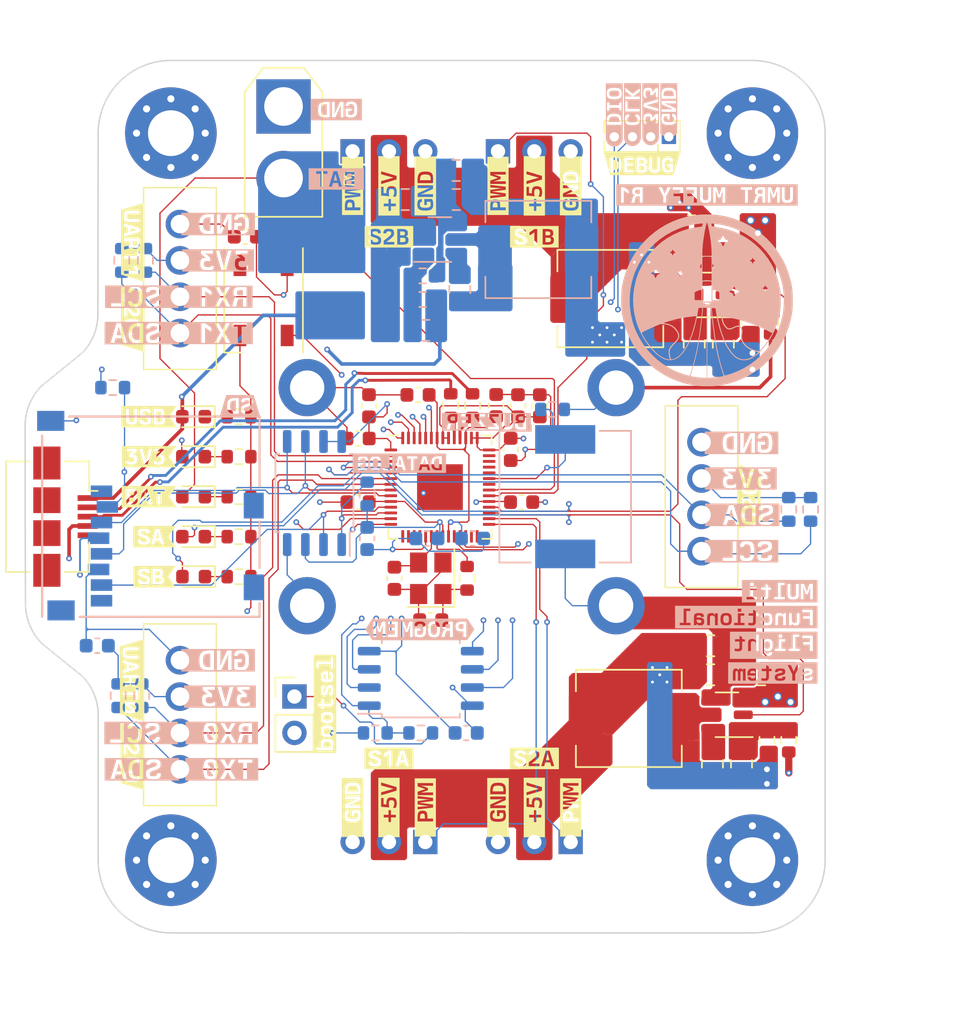
<source format=kicad_pcb>
(kicad_pcb (version 20221018) (generator pcbnew)
  (layers (0 "F.Cu" signal) (1 "In1.Cu" signal) (2 "In2.Cu" signal) (31 "B.Cu" signal) (34 "B.Paste" user) (35 "F.Paste" user) (36 "B.SilkS" user "B.Silkscreen") (37 "F.SilkS" user "F.Silkscreen") (38 "B.Mask" user) (39 "F.Mask" user) (44 "Edge.Cuts" user))
  (net 0 "")
  (net 1 "GND")
  (net 2 "+24V")
  (net 3 "/RP2040/XIN")
  (net 4 "/RP2040/BUZZER")
  (net 5 "+1V1")
  (net 6 "+3V3")
  (net 7 "/RP2040/XOUT")
  (net 8 "/RP2040/D+")
  (net 9 "/RP2040/ucd-")
  (net 10 "/RP2040/D-")
  (net 11 "/RP2040/ucd+")
  (net 12 "/RP2040/QSPI_SS")
  (net 13 "Net-(D8-K)")
  (net 14 "VBUS")
  (net 15 "/IO/SCL0{slash}RX0")
  (net 16 "/IO/SDA0{slash}TX0")
  (net 17 "/IO/SDA1")
  (net 18 "/IO/SCL1")
  (net 19 "/IO/SCL0{slash}RX1")
  (net 20 "/IO/SDA0{slash}TX1")
  (net 21 "Net-(U2-SW)")
  (net 22 "/RP2040/SPI_CS_SD")
  (net 23 "/RP2040/SPI_CS_FLASH")
  (net 24 "/RP2040/SPI_SCK")
  (net 25 "/RP2040/SPI_COPI")
  (net 26 "/RP2040/SPI_CIPO")
  (net 27 "/IO/SWDIO")
  (net 28 "/IO/SWCLK")
  (net 29 "/RP2040/RUN")
  (net 30 "/RP2040/BUCK_EN_A")
  (net 31 "/RP2040/BUCK_EN_B")
  (net 32 "/RP2040/QSPI_SD3")
  (net 33 "/RP2040/QSPI_SCLK")
  (net 34 "/RP2040/QSPI_SD0")
  (net 35 "/RP2040/QSPI_SD2")
  (net 36 "/RP2040/QSPI_SD1")
  (net 38 "Net-(J2-Pin_1)")
  (net 39 "Net-(U2-BST)")
  (net 40 "Net-(U2-FB)")
  (net 41 "/RP2040/BTN")
  (net 42 "Net-(C13-Pad1)")
  (net 43 "Net-(D2-K)")
  (net 44 "Net-(D4-K)")
  (net 45 "Net-(U3-BST)")
  (net 46 "Net-(U3-SW)")
  (net 47 "Net-(U3-FB)")
  (net 48 "Net-(U6-BST)")
  (net 49 "Net-(U6-SW)")
  (net 50 "Net-(U6-FB)")
  (net 51 "Net-(D5-K)")
  (net 52 "Net-(D7-K)")
  (net 60 "Net-(D6-K)")
  (net 66 "/RP2040/NEOPIXEL")
  (net 68 "/IO/SPWR_A")
  (net 69 "/IO/SPWR_B")
  (net 70 "/IO/S1A")
  (net 71 "/IO/S2A")
  (net 72 "/IO/S1B")
  (net 73 "/IO/S2B")
  (footprint "Capacitor_SMD:C_0603_1608Metric" (layer "F.Cu") (at 119.761 114.681 180)
    (fp_text reference "C24" hide)
    (fp_text value "100n" hide)
  )
  (footprint "Resistor_SMD:R_0603_1608Metric" (layer "F.Cu") (at 149.86 131.318 -90)
    (fp_text reference "R9" hide)
    (fp_text value "30.1k" hide)
  )
  (footprint "kibuzzard-65C2FFCF" (layer "F.Cu") (at 121.92 136.017 90)
    (fp_text reference "kibuzzard-65C2FFCF" hide)
    (fp_text value "G***" hide)
  )
  (footprint "ada_bno055:adafruit_bno055_nopins" (layer "F.Cu") (at 127 114.3)
    (fp_text reference "U1" hide)
    (fp_text value "~" hide)
  )
  (footprint "Capacitor_SMD:C_0603_1608Metric" (layer "F.Cu") (at 119.761 110.236 180)
    (fp_text reference "C18" hide)
    (fp_text value "100n" hide)
  )
  (footprint "kibuzzard-65C3000E" (layer "F.Cu") (at 132.08 132.588)
    (fp_text reference "kibuzzard-65C3000E" hide)
    (fp_text value "G***" hide)
  )
  (footprint "Capacitor_SMD:C_0805_2012Metric" (layer "F.Cu") (at 144.526 132.969 -90)
    (fp_text reference "C3" hide)
    (fp_text value "100n" hide)
  )
  (footprint "kibuzzard-658DCEAA" (layer "F.Cu") (at 147.066 114.3 90)
    (fp_text reference "kibuzzard-658DCEAA" hide)
    (fp_text value "G***" hide)
  )
  (footprint "Package_DFN_QFN:QFN-56-1EP_7x7mm_P0.4mm_EP3.2x3.2mm" (layer "F.Cu") (at 125.4845 113.636)
    (fp_text reference "U4" hide)
    (fp_text value "RP2040" hide)
  )
  (footprint "kibuzzard-65C300CB" (layer "F.Cu") (at 121.92 96.139)
    (fp_text reference "kibuzzard-65C300CB" hide)
    (fp_text value "G***" hide)
  )
  (footprint "kibuzzard-6590A8A2" (layer "F.Cu") (at 104.013 96.52 -90)
    (fp_text reference "kibuzzard-6590A8A2" hide)
    (fp_text value "G***" hide)
  )
  (footprint "kibuzzard-65C30078" (layer "F.Cu") (at 132.08 92.583 90)
    (fp_text reference "kibuzzard-65C30078" hide)
    (fp_text value "G***" hide)
  )
  (footprint "Package_TO_SOT_SMD:SOT-23-6" (layer "F.Cu") (at 144.272 100.203 180)
    (fp_text reference "U3" hide)
    (fp_text value "~" hide)
  )
  (footprint "kibuzzard-65C2FFD7" (layer "F.Cu") (at 124.46 136.017 90)
    (fp_text reference "kibuzzard-65C2FFD7" hide)
    (fp_text value "G***" hide)
  )
  (footprint "kibuzzard-65C30060" (layer "F.Cu") (at 124.46 92.583 90)
    (fp_text reference "kibuzzard-65C30060" hide)
    (fp_text value "G***" hide)
  )
  (footprint "Connector_AMASS:AMASS_XT30U-M_1x02_P5.0mm_Vertical" (layer "F.Cu") (at 114.554 87.035 -90)
    (fp_text reference "J4" hide)
    (fp_text value "Conn_01x02_Pin" hide)
  )
  (footprint "Connector_PinHeader_2.54mm:PinHeader_1x03_P2.54mm_Horizontal" (layer "F.Cu") (at 129.54 90.17 90)
    (fp_text reference "J9" hide)
    (fp_text value "Conn_01x03")
  )
  (footprint "kibuzzard-65C2FFB0" (layer "F.Cu") (at 129.54 136.017 90)
    (fp_text reference "kibuzzard-65C2FFB0" hide)
    (fp_text value "G***" hide)
  )
  (footprint "kibuzzard-6590A7CD" (layer "F.Cu") (at 117.4496 128.778 90)
    (fp_text reference "kibuzzard-6590A7CD" hide)
    (fp_text value "G***" hide)
  )
  (footprint "MountingHole:MountingHole_3.2mm_M3_Pad_Via" (layer "F.Cu") (at 147.32 88.9)
    (fp_text reference "H2" hide)
    (fp_text value "~" hide)
  )
  (footprint "LED_SMD:LED_0603_1608Metric" (layer "F.Cu") (at 108.267 114.3 180)
    (fp_text reference "D4" hide)
    (fp_text value "LED" hide)
  )
  (footprint "LED_SMD:LED_0603_1608Metric" (layer "F.Cu") (at 108.267 108.712 180)
    (fp_text reference "D6" hide)
    (fp_text value "LED" hide)
  )
  (footprint "Resistor_SMD:R_0603_1608Metric" (layer "F.Cu") (at 148.336 131.318 90)
    (fp_text reference "R8" hide)
    (fp_text value "158k" hide)
  )
  (footprint "Connector_PinHeader_1.27mm:PinHeader_1x04_P1.27mm_Vertical" (layer "F.Cu") (at 141.478 89.154 -90)
    (fp_text reference "J12" hide)
    (fp_text value "Conn_01x04_Pin" hide)
  )
  (footprint "kibuzzard-65C3006F" (layer "F.Cu") (at 119.38 92.583 90)
    (fp_text reference "kibuzzard-65C3006F" hide)
    (fp_text value "G***" hide)
  )
  (footprint "Capacitor_SMD:C_0805_2012Metric" (layer "F.Cu") (at 144.399 124.714)
    (fp_text reference "C5" hide)
    (fp_text value "22u" hide)
  )
  (footprint "Connector_PinHeader_2.54mm:PinHeader_1x03_P2.54mm_Horizontal" (layer "F.Cu") (at 119.38 90.17 90)
    (fp_text reference "J10" hide)
    (fp_text value "Conn_01x03" hide)
  )
  (footprint "Connector_PinHeader_2.54mm:PinHeader_1x02_P2.54mm_Vertical" (layer "F.Cu") (at 115.316 128.265)
    (fp_text reference "J2" hide)
    (fp_text value "Conn_01x02" hide)
  )
  (footprint "connector_molex_70543:molex_70543-0038_4pin" (layer "F.Cu") (at 107.315 99.06 -90)
    (fp_text reference "J11" hide)
    (fp_text value "Conn_01x04_Pin" hide)
  )
  (footprint "MountingHole:MountingHole_3.2mm_M3_Pad_Via" (layer "F.Cu") (at 147.32 139.7)
    (fp_text reference "H4" hide)
    (fp_text value "~" hide)
  )
  (footprint "Resistor_SMD:R_0603_1608Metric" (layer "F.Cu") (at 127.381 120.002 -90)
    (fp_text reference "R12" hide)
    (fp_text value "1k" hide)
  )
  (footprint "Resistor_SMD:R_0603_1608Metric" (layer "F.Cu") (at 148.59 102.108 -90)
    (fp_text reference "R11" hide)
    (fp_text value "30.1k" hide)
  )
  (footprint "kibuzzard-6590A70E" (layer "F.Cu") (at 105.156 114.3)
    (fp_text reference "kibuzzard-6590A70E" hide)
    (fp_text value "G***" hide)
  )
  (footprint "kibuzzard-65C3007C" (layer "F.Cu") (at 129.54 92.583 90)
    (fp_text reference "kibuzzard-65C3007C" hide)
    (fp_text value "G***" hide)
  )
  (footprint "Capacitor_SMD:C_0603_1608Metric" (layer "F.Cu") (at 130.937 107.95 90)
    (fp_text reference "C22" hide)
    (fp_text value "100n" hide)
  )
  (footprint "kibuzzard-65C2FFCF" (layer "F.Cu") (at 132.08 136.017 90)
    (fp_text reference "kibuzzard-65C2FFCF" hide)
    (fp_text value "G***" hide)
  )
  (footprint "Connector_USB:USB_Micro-B_Amphenol_10104110_Horizontal" (layer "F.Cu") (at 99.314 115.697 -90)
    (fp_text reference "J1" hide)
    (fp_text value "USB_A" hide)
  )
  (footprint "Resistor_SMD:R_0603_1608Metric" (layer "F.Cu") (at 127.762 107.937 -90)
    (fp_text reference "R14" hide)
    (fp_text value "27" hide)
  )
  (footprint "Resistor_SMD:R_0603_1608Metric" (layer "F.Cu") (at 147.066 102.108 90)
    (fp_text reference "R10" hide)
    (fp_text value "158k" hide)
  )
  (footprint "Capacitor_SMD:C_0805_2012Metric" (layer "F.Cu") (at 146.558 97.409 180)
    (fp_text reference "C7" hide)
    (fp_text value "10u" hide)
  )
  (footprint "Resistor_SMD:R_0603_1608Metric" (layer "F.Cu") (at 111.442 108.712)
    (fp_text reference "R23" hide)
    (fp_text value "5k" hide)
  )
  (footprint "Resistor_SMD:R_0603_1608Metric" (layer "F.Cu") (at 111.442 114.3)
    (fp_text reference "R21" hide)
    (fp_text value "5k" hide)
  )
  (footprint "kibuzzard-65C2FFD7" (layer "F.Cu") (at 134.62 136.017 90)
    (fp_text reference "kibuzzard-65C2FFD7" hide)
    (fp_text value "G***" hide)
  )
  (footprint "connector_molex_70543:molex_70543-0038_4pin" (layer "F.Cu") (at 143.764 114.3 -90)
    (fp_text reference "J8" hide)
    (fp_text value "Conn_01x04_Pin" hide)
  )
  (footprint "Capacitor_SMD:C_0805_2012Metric" (layer "F.Cu") (at 144.399 126.746)
    (fp_text reference "C6" hide)
    (fp_text value "22u" hide)
  )
  (footprint "Capacitor_SMD:C_0603_1608Metric" (layer "F.Cu") (at 132.461 107.95 90)
    (fp_text reference "C19" hide)
    (fp_text value "100n" hide)
  )
  (footprint "kibuzzard-65C5127A" (layer "F.Cu") (at 105.537 117.094)
    (fp_text reference "kibuzzard-65C5127A" hide)
    (fp_text value "G***" hide)
  )
  (footprint "Capacitor_SMD:C_0603_1608Metric" (layer "F.Cu") (at 131.191 114.681)
    (fp_text reference "C23" hide)
    (fp_text value "100n" hide)
  )
  (footprint "kibuzzard-65C300CF" (layer "F.Cu") (at 132.08 96.139)
    (fp_text reference "kibuzzard-65C300CF" hide)
    (fp_text value "G***" hide)
  )
  (footprint "kibuzzard-65C30068" (layer "F.Cu") (at 121.92 92.583 90)
    (fp_text reference "kibuzzard-65C30068" hide)
    (fp_text value "G***" hide)
  )
  (footprint "Connector_PinHeader_2.54mm:PinHeader_1x03_P2.54mm_Horizontal" (layer "F.Cu") (at 134.62 138.43 -90)
    (fp_text reference "J6" hide)
    (fp_text value "Conn_01x03")
  )
  (footprint "Capacitor_SMD:C_0603_1608Metric" (layer "F.Cu") (at 124.841 122.923 180)
    (fp_text reference "C13" hide)
    (fp_text value "27p" hide)
  )
  (footprint "kibuzzard-65C30008" (layer "F.Cu") (at 121.92 132.588)
    (fp_text reference "kibuzzard-65C30008" hide)
    (fp_text value "G***" hide)
  )
  (footprint "MountingHole:MountingHole_3.2mm_M3_Pad_Via" (layer "F.Cu") (at 106.68 139.7)
    (fp_text reference "H3" hide)
    (fp_text value "~" hide)
  )
  (footprint "Capacitor_SMD:C_0805_2012Metric" (layer "F.Cu") (at 145.288 103.632 90)
    (fp_text reference "C9" hide)
    (fp_text value "47p" hide)
  )
  (footprint "Capacitor_SMD:C_0603_1608Metric" (layer "F.Cu") (at 111.887 96.139 180)
    (fp_text reference "C1" hide)
    (fp_text value "100n" hide)
  )
  (footprint "MountingHole:MountingHole_3.2mm_M3_Pad_Via" (layer "F.Cu") (at 106.68 88.9)
    (fp_text reference "H1" hide)
    (fp_text value "~" hide)
  )
  (footprint "Resistor_SMD:R_0603_1608Metric" (layer "F.Cu") (at 111.442 117.094)
    (fp_text reference "R24" hide)
    (fp_text value "5k" hide)
  )
  (footprint "Capacitor_SMD:C_0603_1608Metric" (layer "F.Cu") (at 123.952 107.188 180)
    (fp_text reference "C15" hide)
    (fp_text value "100n" hide)
  )
  (footprint "kibuzzard-658DE389" (layer "F.Cu") (at 139.5984 91.059)
    (fp_text reference "kibuzzard-658DE389" hide)
    (fp_text value "G***" hide)
  )
  (footprint "Resistor_SMD:R_0603_1608Metric" (layer "F.Cu") (at 111.442 119.888)
    (fp_text reference "R25" hide)
    (fp_text value "5k" hide)
  )
  (footprint "kibuzzard-6590A71A" (layer "F.Cu") (at 105.537 119.888)
    (fp_text reference "kibuzzard-6590A71A" hide)
    (fp_text value "G***" hide)
  )
  (footprint "Capacitor_SMD:C_0805_2012Metric" (layer "F.Cu") (at 143.068 97.409)
    (fp_text reference "C10" hide)
    (fp_text value "22u" hide)
  )
  (footprint "Capacitor_SMD:C_0603_1608Metric" (layer "F.Cu") (at 129.413 107.937 90)
    (fp_text reference "C16" hide)
    (fp_text value "1u" hide)
  )
  (footprint "LED_SMD:LED_WS2812B_PLCC4_5.0x5.0mm_P3.2mm" (layer "F.Cu") (at 113.157 100.584 -90)
    (fp_text reference "D1" hide)
    (fp_text value "WS2812B" hide)
  )
  (footprint "Capacitor_SMD:C_0805_2012Metric" (layer "F.Cu") (at 147.955 126.746 180)
    (fp_text reference "C2" hide)
    (fp_text value "10u" hide)
  )
  (footprint "Package_TO_SOT_SMD:SOT-23-6" (layer "F.Cu") (at 145.542 129.54 180)
    (fp_text reference "U2" hide)
    (fp_text value "~" hide)
  )
  (footprint "LED_SMD:LED_0603_1608Metric" (layer "F.Cu") (at 108.267 111.506 180)
    (fp_text reference "D5" hide)
    (fp_text value "LED" hide)
  )
  (footprint "LED_SMD:LED_0603_1608Metric" (layer "F.Cu") (at 108.276 119.888 180)
    (fp_text reference "D8" hide)
    (fp_text value "LED" hide)
  )
  (footprint "Inductor_SMD:L_Abracon_ASPI-0630LR" (layer "F.Cu") (at 137.391 100.457 180)
    (fp_text reference "L2" hide)
    (fp_text value "6.8u" hide)
  )
  (footprint "Capacitor_SMD:C_0805_2012Metric" (layer "F.Cu") (at 146.558 132.969 90)
    (fp_text reference "C4" hide)
    (fp_text value "47p" hide)
  )
  (footprint "kibuzzard-6590A70A" (layer "F.Cu") (at 105.156 111.506)
    (fp_text reference "kibuzzard-6590A70A" hide)
    (fp_text value "G***" hide)
  )
  (footprint "connector_molex_70543:molex_70543-0038_4pin" (layer "F.Cu") (at 107.315 129.54 -90)
    (fp_text reference "J7" hide)
    (fp_text value "Conn_01x04_Pin" hide)
  )
  (footprint "Crystal:Crystal_SMD_3225-4Pin_3.2x2.5mm" (layer "F.Cu") (at 124.841 120.002 90)
    (fp_text reference "Y1" hide)
    (fp_text value "Crystal_GND24" hide)
  )
  (footprint "kibuzzard-6590A840" (layer "F.Cu") (at 103.9368 127.127 -90)
    (fp_text reference "kibuzzard-6590A840" hide)
    (fp_text value "G***" hide)
  )
  (footprint "Capacitor_SMD:C_0805_2012Metric" (layer "F.Cu") (at 143.068 95.377)
    (fp_text reference "C11" hide)
    (fp_text value "22u" hide)
  )
  (footprint "Capacitor_SMD:C_0603_1608Metric" (layer "F.Cu") (at 130.429 110.998 -90)
    (fp_text reference "C20" hide)
    (fp_text value "100n" hide)
  )
  (footprint "Capacitor_SMD:C_0805_2012Metric" (layer "F.Cu") (at 143.256 103.632 -90)
    (fp_text reference "C8" hide)
    (fp_text value "100n" hide)
  )
  (footprint "Inductor_SMD:L_Abracon_ASPI-0630LR" (layer "F.Cu") (at 138.684 129.794 180)
    (fp_text reference "L1" hide)
    (fp_text value "6.8u" hide)
  )
  (footprint "kibuzzard-6590A703" (layer "F.Cu") (at 105.156 108.712)
    (fp_text reference "kibuzzard-6590A703" hide)
    (fp_text value "G***" hide)
  )
  (footprint "kibuzzard-65C2FFB0" (layer "F.Cu") (at 119.38 136.017 90)
    (fp_text reference "kibuzzard-65C2FFB0" hide)
    (fp_text value "G***" hide)
  )
  (footprint "Resistor_SMD:R_0603_1608Metric" (layer "F.Cu") (at 126.238 107.937 -90)
    (fp_text reference "R13" hide)
    (fp_text value "27" hide)
  )
  (footprint "kibuzzard-6590A898" (layer "F.Cu") (at 104.013 101.854 -90)
    (fp_text reference "kibuzzard-6590A898" hide)
    (fp_text value "G***" hide)
  )
  (footprint "kibuzzard-6590A84E" (layer "F.Cu") (at 103.9876 132.461 -90)
    (fp_text reference "kibuzzard-6590A84E" hide)
    (fp_text value "G***" hide)
  )
  (footprint "Resistor_SMD:R_0603_1608Metric" (layer "F.Cu") (at 111.442 111.506)
    (fp_text reference "R22" hide)
    (fp_text value "1k" hide)
  )
  (footprint "LED_SMD:LED_0603_1608Metric" (layer "F.Cu") (at 108.267 117.094 180)
    (fp_text reference "D7" hide)
    (fp_text value "LED" hide)
  )
  (footprint "Capacitor_SMD:C_0603_1608Metric" (layer "F.Cu") (at 122.301 120.002 -90)
    (fp_text reference "C12" hide)
    (fp_text value "27p" hide)
  )
  (footprint "Capacitor_SMD:C_0603_1608Metric" (layer "F.Cu") (at 120.523 107.95 90)
    (fp_text reference "C21" hide)
    (fp_text value "100n" hide)
  )
  (footprint "Connector_PinHeader_2.54mm:PinHeader_1x03_P2.54mm_Horizontal" (layer "F.Cu") (at 124.46 138.43 -90)
    (fp_text reference "J5" hide)
    (fp_text value "Conn_01x03")
  )
  (footprint "kibuzzard-65C30073" (layer "F.Cu") (at 134.62 92.583 90)
    (fp_text reference "kibuzzard-65C30073" hide)
    (fp_text value "G***" hide)
  )
  (footprint "kibuzzard-6590AA3D" (layer "B.Cu") (at 110.236 133.35 180)
    (fp_text reference "kibuzzard-6590AA3D" hide)
    (fp_text value "G***" hide)
  )
  (footprint "Resistor_SMD:R_0603_1608Metric" (layer "B.Cu") (at 149.86 115.189 -90)
    (fp_text reference "R6" hide)
    (fp_text value "5k" hide)
  )
  (footprint "Buzzer_Beeper:Buzzer_CUI_CPT-9019S-SMT" (layer "B.Cu") (at 134.239 114.3 -90)
    (fp_text reference "BZ1" hide)
    (fp_text value "Buzzer" hide)
  )
  (footprint "kibuzzard-6590BF04" (layer "B.Cu") (at 146.6088 115.57 180)
    (fp_text reference "kibuzzard-6590BF04" hide)
    (fp_text value "G***" hide)
  )
  (footprint "Package_SO:SOIC-8_5.23x5.23mm_P1.27mm" (layer "B.Cu") (at 124.143 127)
    (fp_text reference "U5" hide)
    (fp_text value "W25Q128JVS" hide)
  )
  (footprint "Symbol:UMRT_12x12" (layer "B.Cu") (at 144.145 100.584 180)
    (fp_text reference "G***" hide)
    (fp_text value "LOGO" hide)
  )
  (footprint "kibuzzard-6590A95B" (layer "B.Cu") (at 141.478 87.376 90)
    (fp_text reference "kibuzzard-6590A95B" hide)
    (fp_text value "G***" hide)
  )
  (footprint "kibuzzard-658DE443" (layer "B.Cu") (at 124.079 123.571 180)
    (fp_text reference "kibuzzard-658DE443" hide)
    (fp_text value "G***" hide)
  )
  (footprint "kibuzzard-6590A8F4" (layer "B.Cu") (at 109.982 100.33 180)
    (fp_text reference "kibuzzard-6590A8F4" hide)
    (fp_text value "G***" hide)
  )
  (footprint "Resistor_SMD:R_0603_1608Metric" (layer "B.Cu") (at 151.384 115.189 -90)
    (fp_text reference "R7" hide)
    (fp_text value "5k" hide)
  )
  (footprint "kibuzzard-6590AA68" (layer "B.Cu") (at 104.648 133.35 180)
    (fp_text reference "kibuzzard-6590AA68" hide)
    (fp_text value "G***" hide)
  )
  (footprint "TO-227:TO-277-D" (layer "B.Cu") (at 120.668 101.631 180)
    (fp_text reference "D3" hide)
    (fp_text value "MBR10" hide)
  )
  (footprint "kibuzzard-65BFE31C" (layer "B.Cu") (at 118.237 87.249 180)
    (fp_text reference "kibuzzard-65BFE31C" hide)
    (fp_text value "G***" hide)
  )
  (footprint "Capacitor_SMD:C_0805_2012Metric" (layer "B.Cu") (at 126.619 91.506 180)
    (fp_text reference "C29" hide)
    (fp_text value "22u" hide)
  )
  (footprint "TO-227:TO-277-D" (layer "B.Cu") (at 120.668 96.932 180)
    (fp_text reference "D2" hide)
    (fp_text value "MBR10" hide)
  )
  (footprint "Resistor_SMD:R_0603_1608Metric" (layer "B.Cu") (at 102.616 106.68)
    (fp_text reference "R19" hide)
    (fp_text value "4.7k" hide)
  )
  (footprint "Capacitor_SMD:C_0603_1608Metric" (layer "B.Cu") (at 127.318 130.81 180)
    (fp_text reference "C25" hide)
    (fp_text value "100n" hide)
  )
  (footprint "Capacitor_SMD:C_0603_1608Metric" (layer "B.Cu") (at 127.762 117.221)
    (fp_text reference "C14" hide)
    (fp_text value "100n" hide)
  )
  (footprint "kibuzzard-6590A956" (layer "B.Cu") (at 140.208 87.5792 90)
    (fp_text reference "kibuzzard-6590A956" hide)
    (fp_text value "G***" hide)
  )
  (footprint "Resistor_SMD:R_0603_1608Metric" (layer "B.Cu") (at 102.997 128.207 -90)
    (fp_text reference "R5" hide)
    (fp_text value "5k" hide)
  )
  (footprint "kibuzzard-6591E2EF" (layer "B.Cu") (at 144.145 93.218 180)
    (fp_text reference "kibuzzard-6591E2EF" hide)
    (fp_text value "G***" hide)
  )
  (footprint "kibuzzard-6590BF08" (layer "B.Cu") (at 146.5072 113.03 180)
    (fp_text reference "kibuzzard-6590BF08" hide)
    (fp_text value "G***" hide)
  )
  (footprint "Capacitor_SMD:C_0805_2012Metric" (layer "B.Cu") (at 126.873 99.822 -90)
    (fp_text reference "C27" hide)
    (fp_text value "100n" hide)
  )
  (footprint "kibuzzard-6590A8EE" (layer "B.Cu") (at 109.982 102.87 180)
    (fp_text reference "kibuzzard-6590A8EE" hide)
    (fp_text value "G***" hide)
  )
  (footprint "kibuzzard-6590AB06" (layer "B.Cu") (at 122.682 111.9632 180)
    (fp_text reference "kibuzzard-6590AB06" hide)
    (fp_text value "G***" hide)
  )
  (footprint "Resistor_SMD:R_0603_1608Metric" (layer "B.Cu") (at 120.968 130.81)
    (fp_text reference "R16" hide)
    (fp_text value "DNF" hide)
  )
  (footprint "Capacitor_SMD:C_0805_2012Metric" (layer "B.Cu") (at 124.485 102.682 180)
    (fp_text reference "C28" hide)
    (fp_text value "56p" hide)
  )
  (footprint "kibuzzard-6590AA5D" (layer "B.Cu") (at 104.5972 130.81 180)
    (fp_text reference "kibuzzard-6590AA5D" hide)
    (fp_text value "G***" hide)
  )
  (footprint "kibuzzard-6590BEFC" (layer "B.Cu") (at 146.558 118.11 180)
    (fp_text reference "kibuzzard-6590BEFC" hide)
    (fp_text value "G***" hide)
  )
  (footprint "Resistor_SMD:R_0603_1608Metric" (layer "B.Cu") (at 133.35 108.204 180)
    (fp_text reference "R1" hide)
    (fp_text value "1k" hide)
  )
  (footprint "Capacitor_SMD:C_0603_1608Metric" (layer "B.Cu") (at 124.574 117.221 180)
    (fp_text reference "C17" hide)
    (fp_text value "1u" hide)
  )
  (footprint "kibuzzard-6590AA49" (layer "B.Cu") (at 110.109 128.27 180)
    (fp_text reference "kibuzzard-6590AA49" hide)
    (fp_text value "G***" hide)
  )
  (footprint "kibuzzard-6590A8E8" (layer "B.Cu") (at 104.648 102.87 180)
    (fp_text reference "kibuzzard-6590A8E8" hide)
    (fp_text value "G***" hide)
  )
  (footprint "Resistor_SMD:R_0603_1608Metric" (layer "B.Cu") (at 120.396 114.109 90)
    (fp_text reference "R20" hide)
    (fp_text value "4.7k" hide)
  )
  (footprint "Resistor_SMD:R_0603_1608Metric" (layer "B.Cu") (at 104.902 97.79 -90)
    (fp_text reference "R2" hide)
    (fp_text value "5k" hide)
  )
  (footprint "Resistor_SMD:R_0603_1608Metric" (layer "B.Cu") (at 104.648 128.207 -90)
    (fp_text reference "R4" hide)
    (fp_text value "5k" hide)
  )
  (footprint "Resistor_SMD:R_0603_1608Metric" (layer "B.Cu") (at 124.27075 100.523 180)
    (fp_text reference "R17" hide)
    (fp_text value "93.1k" hide)
  )
  (footprint "Inductor_SMD:L_Abracon_ASPI-0630LR" (layer "B.Cu") (at 132.359 97.028)
    (fp_text reference "L3" hide)
    (fp_text value "4.7u" hide)
  )
  (footprint "kibuzzard-6590A94C" (layer "B.Cu") (at 137.668 87.63 90)
    (fp_text reference "kibuzzard-6590A94C" hide)
    (fp_text value "G***" hide)
  )
  (footprint "Capacitor_SMD:C_0603_1608Metric" (layer "B.Cu") (at 120.396 117.221 90)
    (fp_text reference "C32" hide)
    (fp_text value "100n" hide)
  )
  (footprint "Package_TO_SOT_SMD:SOT-23-6" (layer "B.Cu") (at 125.476 96.332)
    (fp_text reference "U6" hide)
    (fp_text value "~" hide)
  )
  (footprint "Package_SO:SOIC-8_5.23x5.23mm_P1.27mm" (layer "B.Cu") (at 116.713 114.046 90)
    (fp_text reference "U7" hide)
    (fp_text value "W25Q32JVSS" hide)
  )
  (footprint "kibuzzard-6590A900" (layer "B.Cu") (at 109.982 95.25 180)
    (fp_text reference "kibuzzard-6590A900" hide)
    (fp_text value "G***" hide)
  )
  (footprint "Capacitor_SMD:C_0603_1608Metric" (layer "B.Cu") (at 101.536 124.714 180)
    (fp_text reference "C31" hide)
    (fp_text value "100n" hide)
  )
  (footprint "kibuzzard-6590AA43" (layer "B.Cu") (at 110.236 130.81 180)
    (fp_text reference "kibuzzard-6590AA43" hide)
    (fp_text value "G***" hide)
  )
  (footprint "kibuzzard-6590BF0D" (layer "B.Cu") (at 146.558 110.5408 180)
    (fp_text reference "kibuzzard-6590BF0D" hide)
    (fp_text value "G***" hide)
  )
  (footprint "kibuzzard-65BFE313" (layer "B.Cu") (at 118.237 92.1004 180)
    (fp_text reference "kibuzzard-65BFE313" hide)
    (fp_text value "G***" hide)
  )
  (footprint "Resistor_SMD:R_0603_1608Metric" (layer "B.Cu") (at 124.143 130.81)
    (fp_text reference "R15" hide)
    (fp_text value "1k" hide)
  )
  (footprint "Capacitor_SMD:C_0805_2012Metric" (layer "B.Cu") (at 123.063 93.538)
    (fp_text reference "C26" hide)
    (fp_text value "10u" hide)
  )
  (footprint "kibuzzard-6591E343" (layer "B.Cu") (at 148.747162 126.619 180)
    (fp_text reference "kibuzzard-6591E343" hide)
    (fp_text value "G***" hide)
  )
  (footprint "Capacitor_SMD:C_0805_2012Metric" (layer "B.Cu") (at 126.619 93.538 180)
    (fp_text reference "C30" hide)
    (fp_text value "22u" hide)
  )
  (footprint "kibuzzard-6591E34D" (layer "B.Cu") (at 149.225 120.904 180)
    (fp_text reference "kibuzzard-6591E34D" hide)
    (fp_text value "G***" hide)
  )
  (footprint "Resistor_SMD:R_0603_1608Metric" (layer "B.Cu") (at 124.27075 98.872)
    (fp_text reference "R18" hide)
    (fp_text value "30.1k" hide)
  )
  (footprint "kibuzzard-6591E33D" (layer "B.Cu") (at 148.809869 124.683044 180)
    (fp_text reference "kibuzzard-6591E33D" hide)
    (fp_text value "G***" hide)
  )
  (footprint "kibuzzard-6590A8E1" (layer "B.Cu") (at 104.648 100.33 180)
    (fp_text reference "kibuzzard-6590A8E1" hide)
    (fp_text value "G***" hide)
  )
  (footprint "Resistor_SMD:R_0603_1608Metric" (layer "B.Cu") (at 103.251 97.79 -90)
    (fp_text reference "R3" hide)
    (fp_text value "5k" hide)
  )
  (footprint "kibuzzard-6590A8F9" (layer "B.Cu") (at 109.982 97.79 180)
    (fp_text reference "kibuzzard-6590A8F9" hide)
    (fp_text value "G***" hide)
  )
  (footprint "kibuzzard-6591A412" (layer "B.Cu") (at 128.7272 109.0676 180)
    (fp_text reference "kibuzzard-6591A412" hide)
    (fp_text value "G***" hide)
  )
  (footprint "kibuzzard-6591E339" (layer "B.Cu") (at 146.891375 122.710575 180)
    (fp_text reference "kibuzzard-6591E339" hide)
    (fp_text value "G***" hide)
  )
  (footprint "kibuzzard-6590A950" (layer "B.Cu") (at 138.938 87.6046 90)
    (fp_text reference "kibuzzard-6590A950" hide)
    (fp_text value "G***" hide)
  )
  (footprint "kibuzzard-6590AA4E" (layer "B.Cu") (at 109.982 125.73 180)
    (fp_text reference "kibuzzard-6590AA4E" hide)
    (fp_text value "G***" hide)
  )
  (footprint "kibuzzard-6591B670" (layer "B.Cu") (at 111.506 107.95 180)
    (fp_text reference "kibuzzard-6591B670" hide)
    (fp_text value "G***" hide)
  )
  (footprint "SD:CONN_3M_2900" (layer "B.Cu") (at 105.283 115.697 -90)
    (fp_text reference "J13" hide)
    (fp_text value "Micro_SD_Card" hide)
  )
  (gr_line (start 142.238 88.693) (end 142.24 90.264) (stroke (width 0.12)) (layer "F.SilkS"))
  (gr_line (start 136.9649 90.2208) (end 142.2319 90.2208) (stroke (width 0.12)) (layer "F.SilkS"))
  (gr_line (start 127 144.78) (end 147.32 144.78) (stroke (width 0.1)) (layer "Edge.Cuts"))
  (gr_line (start 96.52 121.92) (end 96.498494 115.548494) (stroke (width 0.1)) (layer "Edge.Cuts"))
  (gr_line (start 101.6 88.9) (end 101.578494 101.578494) (stroke (width 0.1)) (layer "Edge.Cuts"))
  (gr_line (start 127 83.82) (end 147.32 83.82) (stroke (width 0.1)) (layer "Edge.Cuts"))
  (gr_line (start 101.6 139.7) (end 101.6 129.54) (stroke (width 0.1)) (layer "Edge.Cuts"))
  (gr_line (start 127 83.82) (end 106.68 83.82) (stroke (width 0.1)) (layer "Edge.Cuts"))
  (gr_arc (start 101.578494 101.578494) (mid 101.288475 103.036518) (end 100.462571 104.272571) (stroke (width 0.1)) (layer "Edge.Cuts"))
  (gr_line (start 96.498494 109.198494) (end 96.498494 115.548494) (stroke (width 0.1)) (layer "Edge.Cuts"))
  (gr_arc (start 147.32 83.82) (mid 150.912102 85.307898) (end 152.4 88.9) (stroke (width 0.1)) (layer "Edge.Cuts"))
  (gr_arc (start 97.678935 124.571065) (mid 96.849161 123.354956) (end 96.520001 121.92) (stroke (width 0.1)) (layer "Edge.Cuts"))
  (gr_arc (start 101.6 88.9) (mid 103.087898 85.307898) (end 106.68 83.82) (stroke (width 0.1)) (layer "Edge.Cuts"))
  (gr_arc (start 100.484077 126.845923) (mid 101.309981 128.081976) (end 101.6 129.54) (stroke (width 0.1)) (layer "Edge.Cuts"))
  (gr_line (start 152.4 88.9) (end 152.4 139.7) (stroke (width 0.1)) (layer "Edge.Cuts"))
  (gr_line (start 127 144.78) (end 106.68 144.78) (stroke (width 0.1)) (layer "Edge.Cuts"))
  (gr_arc (start 106.68 144.78) (mid 103.087898 143.292102) (end 101.6 139.7) (stroke (width 0.1)) (layer "Edge.Cuts"))
  (gr_line (start 97.678935 124.571065) (end 100.484077 126.845923) (stroke (width 0.1)) (layer "Edge.Cuts"))
  (gr_line (start 97.657429 106.547429) (end 100.462571 104.272571) (stroke (width 0.1)) (layer "Edge.Cuts"))
  (gr_arc (start 152.4 139.7) (mid 150.912102 143.292102) (end 147.32 144.78) (stroke (width 0.1)) (layer "Edge.Cuts"))
  (gr_arc (start 96.498494 109.198494) (mid 96.827655 107.763538) (end 97.657429 106.547429) (stroke (width 0.1)) (layer "Edge.Cuts"))
  (segment (start 112.267 114.3) (end 112.267 111.506) (width 0.09) (layer "F.Cu") (net 1))
  (segment (start 147.828 106.68) (end 137.795 106.68) (width 0.254) (layer "F.Cu") (net 1))
  (segment (start 131.445 111.506) (end 131.445 110.998) (width 0.09) (layer "F.Cu") (net 1))
  (segment (start 131.445 110.998) (end 132.969 110.998) (width 0.09) (layer "F.Cu") (net 1))
  (segment (start 112.267 108.712) (end 112.267 111.506) (width 0.09) (layer "F.Cu") (net 1))
  (segment (start 120.028 106.68) (end 116.205 106.68) (width 0.09) (layer "F.Cu") (net 1))
  (segment (start 123.571 120.777) (end 122.301 120.777) (width 0.09) (layer "F.Cu") (net 1))
  (segment (start 99.568 116.586) (end 99.568 118.618) (width 0.254) (layer "F.Cu") (net 1))
  (segment (start 148.59 102.933) (end 148.59 105.918) (width 0.254) (layer "F.Cu") (net 1))
  (segment (start 148.59 105.918) (end 147.828 106.68) (width 0.254) (layer "F.Cu") (net 1))
  (segment (start 122.923 122.923) (end 122.809 122.809) (width 0.09) (layer "F.Cu") (net 1))
  (segment (start 118.986 109.461) (end 116.205 106.68) (width 0.09) (layer "F.Cu") (net 1))
  (segment (start 112.267 119.888) (end 112.267 122.048) (width 0.09) (layer "F.Cu") (net 1))
  (segment (start 110.223 95.25) (end 107.315 95.25) (width 0.09) (layer "F.Cu") (net 1))
  (segment (start 124.4845 117.7045) (end 124.206 117.983) (width 0.09) (layer "F.Cu") (net 1))
  (segment (start 139.065 105.41) (end 137.795 106.68) (width 0.254) (layer "F.Cu") (net 1))
  (segment (start 123.991 121.102) (end 123.991 122.848) (width 0.09) (layer "F.Cu") (net 1))
  (segment (start 124.066 122.923) (end 122.923 122.923) (width 0.09) (layer "F.Cu") (net 1))
  (segment (start 111.507 103.034) (end 111.507 106.554) (width 0.09) (layer "F.Cu") (net 1))
  (segment (start 130.924 107.162) (end 130.937 107.175) (width 0.09) (layer "F.Cu") (net 1))
  (segment (start 112.267 114.3) (end 112.267 117.094) (width 0.09) (layer "F.Cu") (net 1))
  (segment (start 123.896 121.102) (end 123.571 120.777) (width 0.09) (layer "F.Cu") (net 1))
  (segment (start 120.536 107.188) (end 120.523 107.175) (width 0.09) (layer "F.Cu") (net 1))
  (segment (start 133.223 107.315) (end 133.223 110.744) (width 0.09) (layer "F.Cu") (net 1))
  (segment (start 123.991 122.848) (end 124.066 122.923) (width 0.09) (layer "F.Cu") (net 1))
  (segment (start 118.986 114.681) (end 117.094 114.681) (width 0.09) (layer "F.Cu") (net 1))
  (segment (start 131.178 111.773) (end 131.445 111.506) (width 0.09) (layer "F.Cu") (net 1))
  (segment (start 112.267 122.048) (end 112.014 122.301) (width 0.09) (layer "F.Cu") (net 1))
  (segment (start 129.413 107.162) (end 130.924 107.162) (width 0.09) (layer "F.Cu") (net 1))
  (segment (start 120.523 107.175) (end 120.028 106.68) (width 0.09) (layer "F.Cu") (net 1))
  (segment (start 125.691 118.902) (end 125.691 119.402) (width 0.09) (layer "F.Cu") (net 1))
  (segment (start 100.864 116.347) (end 99.807 116.347) (width 0.254) (layer "F.Cu") (net 1))
  (segment (start 99.807 116.347) (end 99.568 116.586) (width 0.254) (layer "F.Cu") (net 1))
  (segment (start 132.461 107.175) (end 133.083 107.175) (width 0.09) (layer "F.Cu") (net 1))
  (segment (start 130.429 111.773) (end 131.178 111.773) (width 0.09) (layer "F.Cu") (net 1))
  (segment (start 112.268 107.315) (end 112.268 108.711) (width 0.09) (layer "F.Cu") (net 1))
  (segment (start 111.507 106.554) (end 112.268 107.315) (width 0.09) (layer "F.Cu") (net 1))
  (segment (start 112.267 117.094) (end 112.267 119.888) (width 0.09) (layer "F.Cu") (net 1))
  (segment (start 132.969 110.998) (end 133.223 110.744) (width 0.09) (layer "F.Cu") (net 1))
  (segment (start 124.4845 117.0735) (end 124.4845 117.7045) (width 0.09) (layer "F.Cu") (net 1))
  (segment (start 112.268 108.711) (end 112.267 108.712) (width 0.09) (layer "F.Cu") (net 1))
  (segment (start 111.112 96.139) (end 110.223 95.25) (width 0.09) (layer "F.Cu") (net 1))
  (segment (start 123.991 121.102) (end 123.896 121.102) (width 0.09) (layer "F.Cu") (net 1))
  (segment (start 131.966 114.681) (end 132.842 114.681) (width 0.09) (layer "F.Cu") (net 1))
  (segment (start 130.937 107.175) (end 132.461 107.175) (width 0.09) (layer "F.Cu") (net 1))
  (segment (start 118.986 110.236) (end 118.986 109.461) (width 0.09) (layer "F.Cu") (net 1))
  (segment (start 149.86 132.143) (end 149.86 133.604) (width 0.508) (layer "F.Cu") (net 1))
  (segment (start 123.177 107.188) (end 120.536 107.188) (width 0.09) (layer "F.Cu") (net 1))
  (segment (start 125.691 119.402) (end 123.991 121.102) (width 0.09) (layer "F.Cu") (net 1))
  (segment (start 133.083 107.175) (end 133.223 107.315) (width 0.09) (layer "F.Cu") (net 1))
  (segment (start 124.206 117.983) (end 122.174 117.983) (width 0.09) (layer "F.Cu") (net 1))
  (via (at 99.568 118.618) (size 0.4) (drill 0.2) (layers "F.Cu" "B.Cu") (net 1))
  (via (at 122.809 122.809) (size 0.4) (drill 0.2) (layers "F.Cu" "B.Cu") (net 1))
  (via (at 117.094 114.681) (size 0.4) (drill 0.2) (layers "F.Cu" "B.Cu") (net 1))
  (via (at 132.842 114.681) (size 0.4) (drill 0.2) (layers "F.Cu" "B.Cu") (net 1))
  (via (at 100.076 108.966) (size 0.4) (drill 0.2) (layers "F.Cu" "B.Cu") (net 1))
  (via (at 142.24 93.726) (size 0.4) (drill 0.2) (layers "F.Cu" "B.Cu") (net 1))
  (via (at 124.333 114.046) (size 0.4) (drill 0.2) (layers "F.Cu" "B.Cu") (net 1))
  (via (at 112.014 122.301) (size 0.4) (drill 0.2) (layers "F.Cu" "B.Cu") (net 1))
  (via (at 122.174 117.983) (size 0.4) (drill 0.2) (layers "F.Cu" "B.Cu") (net 1))
  (via (at 131.445 110.998) (size 0.4) (drill 0.2) (layers "F.Cu" "B.Cu") (net 1))
  (via (at 141.605 94.107) (size 0.4) (drill 0.2) (layers "F.Cu" "B.Cu") (net 1))
  (via (at 142.875 94.107) (size 0.4) (drill 0.2) (layers "F.Cu" "B.Cu") (net 1))
  (via (at 149.86 133.604) (size 0.4) (drill 0.2) (layers "F.Cu" "B.Cu") (net 1))
  (segment (start 101.288027 119.385972) (end 101.630927 119.385972) (width 0.09) (layer "B.Cu") (net 1))
  (segment (start 100.761 123.571) (end 100.761 123.444) (width 0.09) (layer "B.Cu") (net 1))
  (segment (start 120.396 117.996) (end 122.161 117.996) (width 0.09) (layer "B.Cu") (net 1))
  (segment (start 100.888 123.571) (end 100.761 123.698) (width 0.09) (layer "B.Cu") (net 1))
  (segment (start 122.428 125.095) (end 122.809 124.714) (width 0.09) (layer "B.Cu") (net 1))
  (segment (start 134.175 108.204) (end 136.271 108.204) (width 0.09) (layer "B.Cu") (net 1))
  (segment (start 114.808 119.761) (end 116.205 121.158) (width 0.09) (layer "B.Cu") (net 1))
  (segment (start 134.239 118.3) (end 134.239 121.412) (width 0.09) (layer "B.Cu") (net 1))
  (segment (start 100.965 123.571) (end 100.888 123.571) (width 0.09) (layer "B.Cu") (net 1))
  (segment (start 122.161 117.996) (end 122.174 117.983) (width 0.09) (layer "B.Cu") (net 1))
  (segment (start 105.156 123.571) (end 100.965 123.571) (width 0.09) (layer "B.Cu") (net 1))
  (segment (start 126.543 130.81) (end 122.428 126.695) (width 0.09) (layer "B.Cu") (net 1))
  (segment (start 122.809 124.714) (end 122.809 122.809) (width 0.09) (layer "B.Cu") (net 1))
  (segment (start 122.428 126.695) (end 122.428 125.222) (width 0.09) (layer "B.Cu") (net 1))
  (segment (start 100.761 124.714) (end 100.761 123.698) (width 0.09) (layer "B.Cu") (net 1))
  (segment (start 122.428 117.221) (end 123.799 117.221) (width 0.09) (layer "B.Cu") (net 1))
  (segment (start 122.301 125.095) (end 122.428 125.095) (width 0.09) (layer "B.Cu") (net 1))
  (segment (start 98.2853 109.0041) (end 100.0379 109.0041) (width 0.09) (layer "B.Cu") (net 1))
  (segment (start 100.888 123.571) (end 100.761 123.444) (width 0.09) (layer "B.Cu") (net 1))
  (segment (start 100.761 119.912999) (end 101.288027 119.385972) (width 0.09) (layer "B.Cu") (net 1))
  (segment (start 100.761 123.444) (end 100.761 119.912999) (width 0.09) (layer "B.Cu") (net 1))
  (segment (start 124.688 118.11) (end 123.799 117.221) (width 0.09) (layer "B.Cu") (net 1))
  (segment (start 128.537 117.97) (end 128.397 118.11) (width 0.09) (layer "B.Cu") (net 1))
  (segment (start 128.397 118.11) (end 124.688 118.11) (width 0.09) (layer "B.Cu") (net 1))
  (segment (start 107.315 125.73) (end 105.156 123.571) (width 0.09) (layer "B.Cu") (net 1))
  (segment (start 122.428 125.222) (end 122.428 125.095) (width 0.09) (layer "B.Cu") (net 1))
  (segment (start 136.271 108.204) (end 137.795 106.68) (width 0.09) (layer "B.Cu") (net 1))
  (segment (start 100.761 123.698) (end 100.761 123.571) (width 0.09) (layer "B.Cu") (net 1))
  (segment (start 134.747 121.92) (end 137.795 121.92) (width 0.09) (layer "B.Cu") (net 1))
  (segment (start 100.0379 109.0041) (end 100.076 108.966) (width 0.09) (layer "B.Cu") (net 1))
  (segment (start 122.174 117.983) (end 122.174 117.475) (width 0.09) (layer "B.Cu") (net 1))
  (segment (start 114.808 117.646) (end 114.808 119.761) (width 0.09) (layer "B.Cu") (net 1))
  (segment (start 100.1141 109.0041) (end 100.1649 109.0041) (width 0.09) (layer "B.Cu") (net 1))
  (segment (start 100.965 123.571) (end 100.761 123.571) (width 0.09) (layer "B.Cu") (net 1))
  (segment (start 128.537 117.221) (end 128.537 117.97) (width 0.09) (layer "B.Cu") (net 1))
  (segment (start 134.239 121.412) (end 134.747 121.92) (width 0.09) (layer "B.Cu") (net 1))
  (segment (start 122.174 117.475) (end 122.428 117.221) (width 0.09) (layer "B.Cu") (net 1))
  (segment (start 120.543 125.095) (end 122.301 125.095) (width 0.09) (layer "B.Cu") (net 1))
  (segment (start 116.205 121.158) (end 116.205 121.92) (width 0.09) (layer "B.Cu") (net 1))
  (segment (start 100.076 108.966) (end 100.1141 109.0041) (width 0.09) (layer "B.Cu") (net 1))
  (segment (start 122.301 125.095) (end 122.428 125.222) (width 0.09) (layer "B.Cu") (net 1))
  (segment (start 105.918 94.488) (end 105.918 104.648) (width 0.09) (layer "F.Cu") (net 2))
  (segment (start 114.554 92.035) (end 108.371 92.035) (width 0.09) (layer "F.Cu") (net 2))
  (segment (start 108.371 92.035) (end 105.918 94.488) (width 0.09) (layer "F.Cu") (net 2))
  (segment (start 105.918 104.648) (end 108.331 107.061) (width 0.09) (layer "F.Cu") (net 2))
  (segment (start 108.331 113.4485) (end 107.4795 114.3) (width 0.09) (layer "F.Cu") (net 2))
  (segment (start 108.331 107.061) (end 108.331 113.4485) (width 0.09) (layer "F.Cu") (net 2))
  (via (at 149.987 128.651) (size 0.6) (drill 0.4) (layers "F.Cu" "B.Cu") (net 2))
  (via (at 147.193 94.996) (size 0.6) (drill 0.4) (layers "F.Cu" "B.Cu") (net 2))
  (via (at 149.098 128.27) (size 0.6) (drill 0.4) (layers "F.Cu" "B.Cu") (net 2))
  (via (at 148.209 128.651) (size 0.6) (drill 0.4) (layers "F.Cu" "B.Cu") (net 2))
  (via (at 148.209 94.996) (size 0.6) (drill 0.4) (layers "F.Cu" "B.Cu") (net 2))
  (via (at 147.701 95.885) (size 0.6) (drill 0.4) (layers "F.Cu" "B.Cu") (net 2))
  (segment (start 123.991 119.087) (end 123.952 119.126) (width 0.09) (layer "F.Cu") (net 3))
  (segment (start 122.402 119.126) (end 122.301 119.227) (width 0.09) (layer "F.Cu") (net 3))
  (segment (start 123.952 119.126) (end 122.402 119.126) (width 0.09) (layer "F.Cu") (net 3))
  (segment (start 123.991 118.902) (end 123.991 119.087) (width 0.09) (layer "F.Cu") (net 3))
  (segment (start 124.8845 117.9395) (end 123.991 118.833) (width 0.09) (layer "F.Cu") (net 3))
  (segment (start 124.8845 117.0735) (end 124.8845 117.9395) (width 0.09) (layer "F.Cu") (net 3))
  (segment (start 123.991 118.833) (end 123.991 118.902) (width 0.09) (layer "F.Cu") (net 3))
  (segment (start 128.922 113.036) (end 132.201 113.036) (width 0.09) (layer "F.Cu") (net 4))
  (segment (start 132.201 113.036) (end 132.969 112.268) (width 0.09) (layer "F.Cu") (net 4))
  (via (at 132.969 112.268) (size 0.4) (drill 0.2) (layers "F.Cu" "B.Cu") (net 4))
  (segment (start 132.525 108.204) (end 133.096 108.204) (width 0.09) (layer "B.Cu") (net 4))
  (segment (start 133.35 109.411) (end 134.239 110.3) (width 0.09) (layer "B.Cu") (net 4))
  (segment (start 134.239 110.3) (end 134.239 111.76) (width 0.09) (layer "B.Cu") (net 4))
  (segment (start 133.096 108.204) (end 133.35 108.458) (width 0.09) (layer "B.Cu") (net 4))
  (segment (start 134.239 111.76) (end 133.731 112.268) (width 0.09) (layer "B.Cu") (net 4))
  (segment (start 133.731 112.268) (end 132.969 112.268) (width 0.09) (layer "B.Cu") (net 4))
  (segment (start 133.35 108.458) (end 133.35 109.411) (width 0.09) (layer "B.Cu") (net 4))
  (segment (start 127.254 110.871) (end 127.2845 110.8405) (width 0.09) (layer "F.Cu") (net 5))
  (segment (start 127.508 109.474) (end 128.651 109.474) (width 0.09) (layer "F.Cu") (net 5))
  (segment (start 127.2845 109.6975) (end 127.508 109.474) (width 0.09) (layer "F.Cu") (net 5))
  (segment (start 127.508 115.951) (end 127.508 111.379) (width 0.09) (layer "F.Cu") (net 5))
  (segment (start 124.727 107.582558) (end 124.727 107.188) (width 0.09) (layer "F.Cu") (net 5))
  (segment (start 127.381 116.078) (end 127.508 115.951) (width 0.09) (layer "F.Cu") (net 5))
  (segment (start 127.254 110.998) (end 127.254 111.125) (width 0.09) (layer "F.Cu") (net 5))
  (segment (start 127.254 111.125) (end 127.127 110.998) (width 0.09) (layer "F.Cu") (net 5))
  (segment (start 125.2845 107.7455) (end 124.727 107.188) (width 0.09) (layer "F.Cu") (net 5))
  (segment (start 127.254 110.998) (end 127.127 110.998) (width 0.09) (layer "F.Cu") (net 5))
  (segment (start 127.2845 110.8405) (end 127.2845 110.1985) (width 0.09) (layer "F.Cu") (net 5))
  (segment (start 126.238 116.078) (end 127.381 116.078) (width 0.09) (layer "F.Cu") (net 5))
  (segment (start 127.254 110.871) (end 127.254 110.998) (width 0.09) (layer "F.Cu") (net 5))
  (segment (start 128.651 109.474) (end 129.413 108.712) (width 0.09) (layer "F.Cu") (net 5))
  (segment (start 125.2845 110.1985) (end 125.2845 107.7455) (width 0.09) (layer "F.Cu") (net 5))
  (segment (start 127.508 111.379) (end 127.254 111.125) (width 0.09) (layer "F.Cu") (net 5))
  (segment (start 126.0845 117.0735) (end 126.0845 116.2315) (width 0.09) (layer "F.Cu") (net 5))
  (segment (start 127.2845 110.1985) (end 127.2845 109.6975) (width 0.09) (layer "F.Cu") (net 5))
  (segment (start 126.0845 116.2315) (end 126.238 116.078) (width 0.09) (layer "F.Cu") (net 5))
  (segment (start 125.2845 110.1985) (end 125.2845 110.8065) (width 0.09) (layer "F.Cu") (net 5))
  (segment (start 125.476 110.998) (end 127.127 110.998) (width 0.09) (layer "F.Cu") (net 5))
  (segment (start 125.2845 110.8065) (end 125.476 110.998) (width 0.09) (layer "F.Cu") (net 5))
  (segment (start 127.127 110.998) (end 127.254 110.871) (width 0.09) (layer "F.Cu") (net 5))
  (via (at 126.238 116.078) (size 0.4) (drill 0.2) (layers "F.Cu" "B.Cu") (net 5))
  (segment (start 126.238 116.078) (end 126.746 116.078) (width 0.09) (layer "B.Cu") (net 5))
  (segment (start 127 117.208) (end 126.987 117.221) (width 0.09) (layer "B.Cu") (net 5))
  (segment (start 127 116.332) (end 127 117.208) (width 0.09) (layer "B.Cu") (net 5))
  (segment (start 126.746 116.078) (end 127 116.332) (width 0.09) (layer "B.Cu") (net 5))
  (segment (start 128.0845 110.8125) (end 128.308 111.036) (width 0.09) (layer "F.Cu") (net 6))
  (segment (start 128.016 114.681) (end 128.061 114.636) (width 0.09) (layer "F.Cu") (net 6))
  (segment (start 125.476 109.2655) (end 125.6845 109.474) (width 0.09) (layer "F.Cu") (net 6))
  (segment (start 125.6845 117.0735) (end 125.6845 116.2865) (width 0.09) (layer "F.Cu") (net 6))
  (segment (start 107.442 111.4685) (end 107.442 110.363) (width 0.09) (layer "F.Cu") (net 6))
  (segment (start 120.523 108.725) (end 120.523 110.223) (width 0.09) (layer "F.Cu") (net 6))
  (segment (start 124.46 116.078) (end 125.476 116.078) (width 0.09) (layer "F.Cu") (net 6))
  (segment (start 131.331 110.223) (end 131.432 110.223) (width 0.09) (layer "F.Cu") (net 6))
  (segment (start 127.6845 110.1985) (end 128.0845 110.1985) (width 0.09) (layer "F.Cu") (net 6))
  (segment (start 123.018 114.636) (end 124.46 116.078) (width 0.09) (layer "F.Cu") (net 6))
  (segment (start 130.048 109.347) (end 130.315 109.347) (width 0.09) (layer "F.Cu") (net 6))
  (segment (start 121.793 108.458) (end 121.793 107.823) (width 0.09) (layer "F.Cu") (net 6))
  (segment (start 128.922 111.036) (end 129.616 111.036) (width 0.09) (layer "F.Cu") (net 6))
  (segment (start 130.937 108.725) (end 132.461 108.725) (width 0.09) (layer "F.Cu") (net 6))
  (segment (start 120.581 114.636) (end 120.536 114.681) (width 0.09) (layer "F.Cu") (net 6))
  (segment (start 122.047 111.036) (end 122.047 110.49) (width 0.09) (layer "F.Cu") (net 6))
  (segment (start 112.662 98.946) (end 112.662 96.139) (width 0.09) (layer "F.Cu") (net 6))
  (segment (start 122.047 114.636) (end 123.018 114.636) (width 0.09) (layer "F.Cu") (net 6))
  (segment (start 130.315 109.347) (end 130.937 108.725) (width 0.09) (layer "F.Cu") (net 6))
  (segment (start 120.523 110.223) (end 120.536 110.236) (width 0.09) (layer "F.Cu") (net 6))
  (segment (start 128.0845 110.1985) (end 129.1965 110.1985) (width 0.09) (layer "F.Cu") (net 6))
  (segment (start 125.603 107.95) (end 125.476 108.077) (width 0.09) (layer "F.Cu") (net 6))
  (segment (start 107.4795 111.506) (end 107.442 111.4685) (width 0.09) (layer "F.Cu") (net 6))
  (segment (start 120.523 108.725) (end 121.526 108.725) (width 0.09) (layer "F.Cu") (net 6))
  (segment (start 125.6845 110.1985) (end 125.6845 109.474) (width 0.09) (layer "F.Cu") (net 6))
  (segment (start 130.162 107.95) (end 125.603 107.95) (width 0.09) (layer "F.Cu") (net 6))
  (segment (start 125.6845 116.2865) (end 125.476 116.078) (width 0.09) (layer "F.Cu") (net 6))
  (segment (start 130.429 110.223) (end 131.305 110.223) (width 0.09) (layer "F.Cu") (net 6))
  (segment (start 128.922 114.636) (end 128.061 114.636) (width 0.09) (layer "F.Cu") (net 6))
  (segment (start 126.0845 110.1985) (end 125.6845 110.1985) (width 0.09) (layer "F.Cu") (net 6))
  (segment (start 122.047 114.636) (end 120.581 114.636) (width 0.09) (layer "F.Cu") (net 6))
  (segment (start 130.937 108.725) (end 130.162 107.95) (width 0.09) (layer "F.Cu") (net 6))
  (segment (start 128.0845 110.1985) (end 128.0845 110.8125) (width 0.09) (layer "F.Cu") (net 6))
  (segment (start 121.526 108.725) (end 121.793 108.458) (width 0.09) (layer "F.Cu") (net 6))
  (segment (start 130.371 114.636) (end 130.416 114.681) (width 0.09) (layer "F.Cu") (net 6))
  (segment (start 114.807 99.95) (end 114.554 100.203) (width 0.09) (layer "F.Cu") (net 6))
  (segment (start 131.318 110.236) (end 131.331 110.223) (width 0.09) (layer "F.Cu") (net 6))
  (segment (start 129.616 111.036) (end 130.429 110.223) (width 0.09) (layer "F.Cu") (net 6))
  (segment (start 128.922 114.636) (end 130.371 114.636) (width 0.09) (layer "F.Cu") (net 6))
  (segment (start 125.476 108.077) (end 125.476 109.2655) (width 0.09) (layer "F.Cu") (net 6))
  (segment (start 113.919 100.203) (end 112.662 98.946) (width 0.09) (layer "F.Cu") (net 6))
  (segment (start 114.554 100.203) (end 113.919 100.203) (width 0.09) (layer "F.Cu") (net 6))
  (segment (start 129.1965 110.1985) (end 130.048 109.347) (width 0.09) (layer "F.Cu") (net 6))
  (segment (start 122.047 110.49) (end 121.793 110.236) (width 0.09) (layer "F.Cu") (net 6))
  (segment (start 128.308 111.036) (end 128.922 111.036) (width 0.09) (layer "F.Cu") (net 6))
  (segment (start 121.793 110.236) (end 120.536 110.236) (width 0.09) (layer "F.Cu") (net 6))
  (segment (start 131.305 110.223) (end 131.318 110.236) (width 0.09) (layer "F.Cu") (net 6))
  (segment (start 131.445 110.236) (end 131.432 110.223) (width 0.09) (layer "F.Cu") (net 6))
  (segment (start 114.807 98.134) (end 114.807 99.95) (width 0.09) (layer "F.Cu") (net 6))
  (via (at 137.16 103.505) (size 0.4) (drill 0.2) (layers "F.Cu" "B.Cu") (net 6))
  (via (at 138.176 102.489) (size 0.4) (drill 0.2) (layers "F.Cu" "B.Cu") (net 6))
  (via (at 100.33 119.761) (size 0.4) (drill 0.2) (layers "F.Cu" "B.Cu") (net 6))
  (via (at 137.16 102.489) (size 0.4) (drill 0.2) (layers "F.Cu" "B.Cu") (net 6))
  (via (at 131.318 110.236) (size 0.4) (drill 0.2) (layers "F.Cu" "B.Cu") (net 6))
  (via (at 136.144 102.489) (size 0.4) (drill 0.2) (layers "F.Cu" "B.Cu") (net 6))
  (via (at 117.983 130.81) (size 0.4) (drill 0.2) (layers "F.Cu" "B.Cu") (net 6))
  (via (at 121.793 107.823) (size 0.4) (drill 0.2) (layers "F.Cu" "B.Cu") (net 6))
  (via (at 136.144 103.505) (size 0.4) (drill 0.2) (layers "F.Cu" "B.Cu") (net 6))
  (via (at 114.554 100.203) (size 0.4) (drill 0.2) (layers "F.Cu" "B.Cu") (net 6))
  (via (at 136.652 102.997) (size 0.4) (drill 0.2) (layers "F.Cu" "B.Cu") (net 6))
  (via (at 128.016 114.681) (size 0.4) (drill 0.2) (layers "F.Cu" "B.Cu") (net 6))
  (via (at 126.365 127.635) (size 0.4) (drill 0.2) (layers "F.Cu" "B.Cu") (net 6))
  (via (at 125.476 116.078) (size 0.4) (drill 0.2) (layers "F.Cu" "B.Cu") (net 6))
  (via (at 107.442 110.363) (size 0.4) (drill 0.2) (layers "F.Cu" "B.Cu") (net 6))
  (via (at 137.668 102.997) (size 0.4) (drill 0.2) (layers "F.Cu" "B.Cu") (net 6))
  (via (at 101.854 105.41) (size 0.4) (drill 0.2) (layers "F.Cu" "B.Cu") (net 6))
  (via (at 138.176 103.505) (size 0.4) (drill 0.2) (layers "F.Cu" "B.Cu") (net 6))
  (via (at 117.602 104.013) (size 0.4) (drill 0.2) (layers "F.Cu" "B.Cu") (net 6))
  (segment (start 101.791 105.347) (end 101.791 105.346) (width 0.09) (layer "B.Cu") (net 6))
  (segment (start 119.634 117.208) (end 120.396 116.446) (width 0.09) (layer "B.Cu") (net 6))
  (segment (start 120.143 130.81) (end 117.983 130.81) (width 0.09) (layer "B.Cu") (net 6))
  (segment (start 127.743 128.905) (end 127.635 128.905) (width 0.09) (layer "B.Cu") (net 6))
  (segment (start 102.997 125.4) (end 102.997 127.382) (width 0.09) (layer "B.Cu") (net 6))
  (segment (start 125.108 116.446) (end 125.476 116.078) (width 0.09) (layer "B.Cu") (net 6))
  (segment (start 101.854 105.41) (end 101.791 105.347) (width 0.09) (layer "B.Cu") (net 6))
  (segment (start 119.38 118.872) (end 119.634 118.618) (width 0.09) (layer "B.Cu") (net 6))
  (segment (start 116.332 118.872) (end 119.38 118.872) (width 0.09) (layer "B.Cu") (net 6))
  (segment (start 149.86 114.364) (end 145.098 114.364) (width 0.09) (layer "B.Cu") (net 6))
  (segment (start 125.476 117.094) (end 125.349 117.221) (width 0.09) (layer "B.Cu") (net 6))
  (segment (start 127.254 129.971) (end 128.093 130.81) (width 0.09) (layer "B.Cu") (net 6))
  (segment (start 145.098 114.364) (end 143.764 113.03) (width 0.09) (layer "B.Cu") (net 6))
  (segment (start 127.254 129.032) (end 127.254 129.971) (width 0.09) (layer "B.Cu") (net 6))
  (segment (start 104.648 127.382) (end 105.536 128.27) (width 0.09) (layer "B.Cu") (net 6))
  (segment (start 101.791 105.346) (end 101.854 105.283) (width 0.09) (layer "B.Cu") (net 6))
  (segment (start 120.649 114.681) (end 120.396 114.934) (width 0.09) (layer "B.Cu") (net 6))
  (segment (start 103.251 96.965) (end 104.902 96.965) (width 0.09) (layer "B.Cu") (net 6))
  (segment (start 119.634 118.618) (end 119.634 117.208) (width 0.09) (layer "B.Cu") (net 6))
  (segment (start 125.476 104.648) (end 125.095 105.029) (width 0.254) (layer "B.Cu") (net 6))
  (segment (start 101.791 106.68) (end 101.791 105.473) (width 0.09) (layer "B.Cu") (net 6))
  (segment (start 116.078 118.618) (end 116.332 118.872) (width 0.09) (layer "B.Cu") (net 6))
  (segment (start 104.902 96.965) (end 105.727 97.79) (width 0.09) (layer "B.Cu") (net 6))
  (segment (start 127.743 128.905) (end 127.381 128.905) (width 0.09) (layer "B.Cu") (net 6))
  (segment (start 127.381 128.905) (end 127.254 129.032) (width 0.09) (layer "B.Cu") (net 6))
  (segment (start 125.435 102.682) (end 125.476 102.723) (width 0.09) (layer "B.Cu") (net 6))
  (segment (start 125.476 116.078) (end 125.476 117.094) (width 0.09) (layer "B.Cu") (net 6))
  (segment (start 105.727 97.79) (end 107.315 97.79) (width 0.09) (layer "B.Cu") (net 6))
  (segment (start 125.095 105.029) (end 118.618 105.029) (width 0.254) (layer "B.Cu") (net 6))
  (segment (start 120.396 116.446) (end 120.396 114.934) (width 0.09) (layer "B.Cu") (net 6))
  (segment (start 101.791 105.473) (end 101.854 105.41) (width 0.09) (layer "B.Cu") (net 6))
  (segment (start 118.618 105.029) (end 117.602 104.013) (width 0.254) (layer "B.Cu") (net 6))
  (segment (start 105.536 128.27) (end 107.315 128.27) (width 0.09) (layer "B.Cu") (net 6))
  (segment (start 118.618 110.446) (end 119.17 110.446) (width 0.09) (layer "B.Cu") (net 6))
  (segment (start 151.384 114.364) (end 149.86 114.364) (width 0.09) (layer "B.Cu") (net 6))
  (segment (start 116.078 117.646) (end 116.078 118.618) (width 0.09) (layer "B.Cu") (net 6))
  (segment (start 100.476428 117.201572) (end 100.33 117.348) (width 0.127) (layer "B.Cu") (net 6))
  (segment (start 127.635 128.905) (end 126.365 127.635) (width 0.09) (layer "B.Cu") (net 6))
  (segment (start 102.311 124.714) (end 102.997 125.4) (width 0.09) (layer "B.Cu") (net 6))
  (segment (start 100.33 117.348) (end 100.33 119.761) (width 0.127) (layer "B.Cu") (net 6))
  (segment (start 119.17 110.446) (end 121.793 107.823) (width 0.09) (layer "B.Cu") (net 6))
  (segment (start 120.396 116.446) (end 125.108 116.446) (width 0.09) (layer "B.Cu") (net 6))
  (segment (start 125.476 102.723) (end 125.476 104.648) (width 0.254) (layer "B.Cu") (net 6))
  (segment (start 102.997 127.382) (end 104.648 127.382) (width 0.09) (layer "B.Cu") (net 6))
  (segment (start 101.630927 117.201572) (end 100.476428 117.201572) (width 0.127) (layer "B.Cu") (net 6))
  (segment (start 117.348 110.446) (end 118.618 110.446) (width 0.09) (layer "B.Cu") (net 6))
  (segment (start 127.381 118.523688) (end 127.381 118.618) (width 0.09) (layer "F.Cu") (net 7))
  (segment (start 125.349 117.983) (end 126.840312 117.983) (width 0.09) (layer "F.Cu") (net 7))
  (segment (start 125.2845 117.0735) (end 125.2845 117.9185) (width 0.09) (layer "F.Cu") (net 7))
  (segment (start 126.840312 117.983) (end 127.381 118.523688) (width 0.09) (layer "F.Cu") (net 7))
  (segment (start 127.381 118.618) (end 127.381 119.177) (width 0.09) (layer "F.Cu") (net 7))
  (segment (start 125.2845 117.9185) (end 125.349 117.983) (width 0.09) (layer "F.Cu") (net 7))
  (segment (start 126.238 107.112) (end 126.238 106.224397) (width 0.2) (layer "F.Cu") (net 8))
  (segment (start 126.156603 106.143) (end 120.269 106.172) (width 0.2) (layer "F.Cu") (net 8))
  (segment (start 101.914001 115.697) (end 100.864 115.697) (width 0.2) (layer "F.Cu") (net 8))
  (segment (start 120.269 106.172) (end 120.269 106.143) (width 0.2) (layer "F.Cu") (net 8))
  (segment (start 102.014001 115.597) (end 101.914001 115.697) (width 0.2) (layer "F.Cu") (net 8))
  (segment (start 105.918 113.284) (end 105.601199 113.284) (width 0.2) (layer "F.Cu") (net 8))
  (segment (start 102.014001 115.597) (end 103.288199 115.597) (width 0.2) (layer "F.Cu") (net 8))
  (segment (start 103.288199 115.597) (end 105.601199 113.284) (width 0.2) (layer "F.Cu") (net 8))
  (segment (start 126.238 106.224397) (end 126.156603 106.143) (width 0.2) (layer "F.Cu") (net 8))
  (via (at 120.269 106.172) (size 0.4) (drill 0.2) (layers "F.Cu" "B.Cu") (net 8))
  (via (at 105.918 113.284) (size 0.4) (drill 0.2) (layers "F.Cu" "B.Cu") (net 8))
  (segment (start 105.918 113.284) (end 105.960465 113.268696) (width 0.2) (layer "B.Cu") (net 8))
  (segment (start 120.269 106.172) (end 119.825199 106.172) (width 0.2) (layer "B.Cu") (net 8))
  (segment (start 118.3302 109.445) (end 110.3292 109.445) (width 0.2) (layer "B.Cu") (net 8))
  (segment (start 106.505504 113.268696) (end 105.991073 113.268696) (width 0.2) (layer "B.Cu") (net 8))
  (segment (start 119.825199 106.172) (end 119.351 106.646199) (width 0.2) (layer "B.Cu") (net 8))
  (segment (start 105.960465 113.268696) (end 105.975769 113.268696) (width 0.2) (layer "B.Cu") (net 8))
  (segment (start 105.991073 113.268696) (end 105.918 113.284) (width 0.2) (layer "B.Cu") (net 8))
  (segment (start 110.3292 109.445) (end 106.505504 113.268696) (width 0.2) (layer "B.Cu") (net 8))
  (segment (start 119.351 108.4242) (end 118.3302 109.445) (width 0.2) (layer "B.Cu") (net 8))
  (segment (start 119.351 106.646199) (end 119.351 108.4242) (width 0.2) (layer "B.Cu") (net 8))
  (segment (start 126.4845 109.0085) (end 126.238 108.762) (width 0.2) (layer "F.Cu") (net 9))
  (segment (start 126.4845 110.1985) (end 126.4845 109.0085) (width 0.2) (layer "F.Cu") (net 9))
  (segment (start 102.014001 115.147) (end 101.914001 115.047) (width 0.2) (layer "F.Cu") (net 10))
  (segment (start 102.014001 115.147) (end 103.101801 115.147) (width 0.2) (layer "F.Cu") (net 10))
  (segment (start 127.762 107.112) (end 126.343 105.693) (width 0.2) (layer "F.Cu") (net 10))
  (segment (start 101.914001 115.047) (end 100.864 115.047) (width 0.2) (layer "F.Cu") (net 10))
  (segment (start 126.343 105.693) (end 120.269 105.693) (width 0.2) (layer "F.Cu") (net 10))
  (segment (start 103.101801 115.147) (end 105.283 112.965801) (width 0.2) (layer "F.Cu") (net 10))
  (segment (start 105.283 112.903) (end 105.283 112.965801) (width 0.2) (layer "F.Cu") (net 10))
  (segment (start 119.507 105.664) (end 119.478 105.693) (width 0.2) (layer "F.Cu") (net 10))
  (segment (start 120.269 105.693) (end 119.507 105.664) (width 0.2) (layer "F.Cu") (net 10))
  (via (at 119.507 105.664) (size 0.4) (drill 0.2) (layers "F.Cu" "B.Cu") (net 10))
  (via (at 105.283 112.903) (size 0.4) (drill 0.2) (layers "F.Cu" "B.Cu") (net 10))
  (segment (start 119.507 105.853801) (end 118.901 106.459801) (width 0.2) (layer "B.Cu") (net 10))
  (segment (start 105.975769 112.818696) (end 105.367304 112.818696) (width 0.2) (layer "B.Cu") (net 10))
  (segment (start 118.1438 108.995) (end 110.1428 108.995) (width 0.2) (layer "B.Cu") (net 10))
  (segment (start 119.507 105.664) (end 119.507 105.853801) (width 0.2) (layer "B.Cu") (net 10))
  (segment (start 118.901 106.459801) (end 118.901 108.2378) (width 0.2) (layer "B.Cu") (net 10))
  (segment (start 118.901 108.2378) (end 118.1438 108.995) (width 0.2) (layer "B.Cu") (net 10))
  (segment (start 105.367304 112.818696) (end 105.283 112.903) (width 0.2) (layer "B.Cu") (net 10))
  (segment (start 106.319104 112.818696) (end 105.975769 112.818696) (width 0.2) (layer "B.Cu") (net 10))
  (segment (start 110.1428 108.995) (end 106.319104 112.818696) (width 0.2) (layer "B.Cu") (net 10))
  (segment (start 126.8845 109.6395) (end 127.762 108.762) (width 0.2) (layer "F.Cu") (net 11))
  (segment (start 126.8845 110.1985) (end 126.8845 109.6395) (width 0.2) (layer "F.Cu") (net 11))
  (segment (start 121.539 109.601) (end 121.92 109.601) (width 0.09) (layer "F.Cu") (net 12))
  (segment (start 121.539 109.601) (end 121.666 109.601) (width 0.09) (layer "F.Cu") (net 12))
  (segment (start 122.5175 110.1985) (end 122.8845 110.1985) (width 0.09) (layer "F.Cu") (net 12))
  (segment (start 121.92 109.601) (end 122.5175 110.1985) (width 0.09) (layer "F.Cu") (net 12))
  (via (at 120.015 122.809) (size 0.4) (drill 0.2) (layers "F.Cu" "B.Cu") (net 12))
  (via (at 121.539 109.601) (size 0.4) (drill 0.2) (layers "F.Cu" "B.Cu") (net 12))
  (segment (start 120.777 129.794) (end 120.523 129.54) (width 0.09) (layer "B.Cu") (net 12))
  (segment (start 123.318 130.81) (end 121.793 130.81) (width 0.09) (layer "B.Cu") (net 12))
  (segment (start 120.523 128.925) (end 120.543 128.905) (width 0.09) (layer "B.Cu") (net 12))
  (segment (start 120.543 128.905) (end 119.38 128.905) (width 0.09) (layer "B.Cu") (net 12))
  (segment (start 118.618 128.143) (end 118.618 123.952) (width 0.09) (layer "B.Cu") (net 12))
  (segment (start 120.523 129.54) (end 120.523 128.925) (width 0.09) (layer "B.Cu") (net 12))
  (segment (start 119.38 123.19) (end 119.634 123.19) (width 0.09) (layer "B.Cu") (net 12))
  (segment (start 119.634 123.19) (end 120.015 122.809) (width 0.09) (layer "B.Cu") (net 12))
  (segment (start 118.618 123.952) (end 119.38 123.19) (width 0.09) (layer "B.Cu") (net 12))
  (segment (start 121.793 130.048) (end 121.539 129.794) (width 0.09) (layer "B.Cu") (net 12))
  (segment (start 121.793 130.81) (end 121.793 130.048) (width 0.09) (layer "B.Cu") (net 12))
  (segment (start 121.539 129.794) (end 120.777 129.794) (width 0.09) (layer "B.Cu") (net 12))
  (segment (start 119.38 128.905) (end 118.618 128.143) (width 0.09) (layer "B.Cu") (net 12))
  (segment (start 110.617 119.888) (end 109.0635 119.888) (width 0.09) (layer "F.Cu") (net 13))
  (segment (start 107.4795 108.712) (end 107.4795 107.3525) (width 0.254) (layer "F.Cu") (net 14))
  (segment (start 107.4795 107.3525) (end 107.442 107.315) (width 0.254) (layer "F.Cu") (net 14))
  (segment (start 100.864 114.397) (end 102.646 114.397) (width 0.254) (layer "F.Cu") (net 14))
  (segment (start 107.4795 109.5635) (end 107.4795 108.712) (width 0.254) (layer "F.Cu") (net 14))
  (segment (start 102.646 114.397) (end 107.4795 109.5635) (width 0.254) (layer "F.Cu") (net 14))
  (via (at 107.442 107.315) (size 0.4) (drill 0.2) (layers "F.Cu" "B.Cu") (net 14))
  (segment (start 113.126 101.631) (end 117.813 101.631) (width 0.254) (layer "B.Cu") (net 14))
  (segment (start 107.442 107.315) (end 113.126 101.631) (width 0.254) (layer "B.Cu") (net 14))
  (segment (start 117.813 101.631) (end 117.717 101.727) (width 0.09) (layer "B.Cu") (net 14))
  (segment (start 122.047 111.836) (end 114.122 111.836) (width 0.09) (layer "F.Cu") (net 15))
  (segment (start 113.665 101.854) (end 113.411 101.6) (width 0.09) (layer "F.Cu") (net 15))
  (segment (start 113.665 111.379) (end 113.665 101.854) (width 0.09) (layer "F.Cu") (net 15))
  (segment (start 113.411 101.6) (end 108.585 101.6) (width 0.09) (layer "F.Cu") (net 15))
  (segment (start 114.122 111.836) (end 113.665 111.379) (width 0.09) (layer "F.Cu") (net 15))
  (segment (start 108.585 101.6) (end 107.315 102.87) (width 0.09) (layer "F.Cu") (net 15))
  (segment (start 103.632 99.822) (end 103.251 99.441) (width 0.09) (layer "B.Cu") (net 15))
  (segment (start 103.251 99.441) (end 103.251 98.615) (width 0.09) (layer "B.Cu") (net 15))
  (segment (start 104.267 99.822) (end 103.632 99.822) (width 0.09) (layer "B.Cu") (net 15))
  (segment (start 107.315 102.87) (end 104.267 99.822) (width 0.09) (layer "B.Cu") (net 15))
  (segment (start 113.919 111.125) (end 113.919 100.711) (width 0.09) (layer "F.Cu") (net 16))
  (segment (start 114.23 111.436) (end 113.919 111.125) (width 0.09) (layer "F.Cu") (net 16))
  (segment (start 122.047 111.436) (end 114.23 111.436) (width 0.09) (layer "F.Cu") (net 16))
  (segment (start 113.919 100.711) (end 113.538 100.33) (width 0.09) (layer "F.Cu") (net 16))
  (segment (start 113.538 100.33) (end 107.315 100.33) (width 0.09) (layer "F.Cu") (net 16))
  (segment (start 104.902 98.615) (end 105.6 98.615) (width 0.09) (layer "B.Cu") (net 16))
  (segment (start 105.6 98.615) (end 107.315 100.33) (width 0.09) (layer "B.Cu") (net 16))
  (segment (start 122.047 112.236) (end 118.745 112.268) (width 0.09) (layer "F.Cu") (net 17))
  (segment (start 118.745 112.268) (end 118.713 112.236) (width 0.09) (layer "F.Cu") (net 17))
  (via (at 118.745 112.268) (size 0.4) (drill 0.2) (layers "F.Cu" "B.Cu") (net 17))
  (segment (start 119.126 111.887) (end 121.793 111.887) (width 0.09) (layer "B.Cu") (net 17))
  (segment (start 146.211 116.014) (end 149.86 116.014) (width 0.09) (layer "B.Cu") (net 17))
  (segment (start 143.764 115.57) (end 145.767 115.57) (width 0.09) (layer "B.Cu") (net 17))
  (segment (start 122.682 112.776) (end 140.97 112.776) (width 0.09) (layer "B.Cu") (net 17))
  (segment (start 121.793 111.887) (end 122.682 112.776) (width 0.09) (layer "B.Cu") (net 17))
  (segment (start 145.767 115.57) (end 146.211 116.014) (width 0.09) (layer "B.Cu") (net 17))
  (segment (start 140.97 112.776) (end 143.764 115.57) (width 0.09) (layer "B.Cu") (net 17))
  (segment (start 118.745 112.268) (end 119.126 111.887) (width 0.09) (layer "B.Cu") (net 17))
  (segment (start 117.97 112.636) (end 117.729 112.395) (width 0.09) (layer "F.Cu") (net 18))
  (segment (start 122.047 112.636) (end 119.139 112.636) (width 0.09) (layer "F.Cu") (net 18))
  (segment (start 118.999 112.776) (end 119.126 112.649) (width 0.09) (layer "F.Cu") (net 18))
  (segment (start 118.11 112.776) (end 118.999 112.776) (width 0.09) (layer "F.Cu") (net 18))
  (segment (start 119.139 112.636) (end 119.126 112.649) (width 0.09) (layer "F.Cu") (net 18))
  (segment (start 117.97 112.636) (end 118.11 112.776) (width 0.09) (layer "F.Cu") (net 18))
  (via (at 117.729 112.395) (size 0.4) (drill 0.2) (layers "F.Cu" "B.Cu") (net 18))
  (segment (start 118.11 112.776) (end 118.999 112.776) (width 0.09) (layer "B.Cu") (net 18))
  (segment (start 140.956 113.27) (end 141.605 113.919) (width 0.09) (layer "B.Cu") (net 18))
  (segment (start 142.113 118.11) (end 143.764 118.11) (width 0.09) (layer "B.Cu") (net 18))
  (segment (start 151.384 117.602) (end 151.384 116.014) (width 0.09) (layer "B.Cu") (net 18))
  (segment (start 145.849 118.29) (end 150.696 118.29) (width 0.09) (layer "B.Cu") (net 18))
  (segment (start 122.795 113.27) (end 140.956 113.27) (width 0.09) (layer "B.Cu") (net 18))
  (segment (start 145.669 118.11) (end 143.764 118.11) (width 0.09) (layer "B.Cu") (net 18))
  (segment (start 145.669 118.11) (end 145.849 118.29) (width 0.09) (layer "B.Cu") (net 18))
  (segment (start 141.605 113.919) (end 141.605 117.602) (width 0.09) (layer "B.Cu") (net 18))
  (segment (start 119.634 112.268) (end 121.793 112.268) (width 0.09) (layer "B.Cu") (net 18))
  (segment (start 141.605 117.602) (end 142.113 118.11) (width 0.09) (layer "B.Cu") (net 18))
  (segment (start 119.507 112.268) (end 119.634 112.268) (width 0.09) (layer "B.Cu") (net 18))
  (segment (start 150.696 118.29) (end 151.384 117.602) (width 0.09) (layer "B.Cu") (net 18))
  (segment (start 118.999 112.776) (end 119.507 112.268) (width 0.09) (layer "B.Cu") (net 18))
  (segment (start 117.729 112.395) (end 118.11 112.776) (width 0.09) (layer "B.Cu") (net 18))
  (segment (start 121.793 112.268) (end 122.795 113.27) (width 0.09) (layer "B.Cu") (net 18))
  (segment (start 114.173 113.284) (end 114.173 119.38) (width 0.09) (layer "F.Cu") (net 19))
  (segment (start 113.538 132.969) (end 113.157 133.35) (width 0.09) (layer "F.Cu") (net 19))
  (segment (start 116.865 113.436) (end 116.572 113.143) (width 0.09) (layer "F.Cu") (net 19))
  (segment (start 116.572 113.143) (end 114.314 113.143) (width 0.09) (layer "F.Cu") (net 19))
  (segment (start 113.157 133.35) (end 107.315 133.35) (width 0.09) (layer "F.Cu") (net 19))
  (segment (start 114.173 119.38) (end 113.538 120.015) (width 0.09) (layer "F.Cu") (net 19))
  (segment (start 122.047 113.436) (end 116.865 113.436) (width 0.09) (layer "F.Cu") (net 19))
  (segment (start 114.314 113.143) (end 114.173 113.284) (width 0.09) (layer "F.Cu") (net 19))
  (segment (start 113.538 120.015) (end 113.538 132.969) (width 0.09) (layer "F.Cu") (net 19))
  (segment (start 107.315 133.35) (end 102.997 129.032) (width 0.09) (layer "B.Cu") (net 19))
  (segment (start 113.792 119.253) (end 113.792 113.157) (width 0.09) (layer "F.Cu") (net 20))
  (segment (start 114.173 112.776) (end 116.967 112.776) (width 0.09) (layer "F.Cu") (net 20))
  (segment (start 113.157 119.888) (end 113.792 119.253) (width 0.09) (layer "F.Cu") (net 20))
  (segment (start 112.649 130.81) (end 113.157 130.302) (width 0.09) (layer "F.Cu") (net 20))
  (segment (start 113.792 113.157) (end 114.173 112.776) (width 0.09) (layer "F.Cu") (net 20))
  (segment (start 113.157 130.302) (end 113.157 119.888) (width 0.09) (layer "F.Cu") (net 20))
  (segment (start 116.967 112.776) (end 117.227 113.036) (width 0.09) (layer "F.Cu") (net 20))
  (segment (start 117.227 113.036) (end 122.047 113.036) (width 0.09) (layer "F.Cu") (net 20))
  (segment (start 107.315 130.81) (end 112.649 130.81) (width 0.09) (layer "F.Cu") (net 20))
  (segment (start 105.537 129.032) (end 107.315 130.81) (width 0.09) (layer "B.Cu") (net 20))
  (segment (start 104.648 129.032) (end 105.537 129.032) (width 0.09) (layer "B.Cu") (net 20))
  (segment (start 119.241 115.836) (end 118.491 116.586) (width 0.09) (layer "F.Cu") (net 22))
  (segment (start 115.951 116.586) (end 115.443 116.078) (width 0.09) (layer "F.Cu") (net 22))
  (segment (start 122.047 115.836) (end 119.241 115.836) (width 0.09) (layer "F.Cu") (net 22))
  (segment (start 118.491 116.586) (end 115.951 116.586) (width 0.09) (layer "F.Cu") (net 22))
  (via (at 115.443 116.078) (size 0.4) (drill 0.2) (layers "F.Cu" "B.Cu") (net 22))
  (via (at 103.4288 112.5728) (size 0.4) (drill 0.2) (layers "F.Cu" "B.Cu") (net 22))
  (segment (start 103.441 106.68) (end 103.441 114.1862) (width 0.09) (layer "B.Cu") (net 22))
  (segment (start 102.610028 115.017172) (end 102.240527 115.017172) (width 0.09) (layer "B.Cu") (net 22))
  (segment (start 103.441 114.1862) (end 102.610028 115.017172) (width 0.09) (layer "B.Cu") (net 22))
  (segment (start 103.505 106.744) (end 103.441 106.68) (width 0.09) (layer "B.Cu") (net 22))
  (segment (start 118.618 115.697) (end 118.618 115.824) (width 0.09) (layer "F.Cu") (net 23))
  (segment (start 121.165 115.436) (end 121.031 115.57) (width 0.09) (layer "F.Cu") (net 23))
  (segment (start 118.745 115.57) (end 118.618 115.697) (width 0.09) (layer "F.Cu") (net 23))
  (segment (start 122.047 115.436) (end 121.165 115.436) (width 0.09) (layer "F.Cu") (net 23))
  (segment (start 121.031 115.57) (end 118.745 115.57) (width 0.09) (layer "F.Cu") (net 23))
  (via (at 118.618 115.824) (size 0.4) (drill 0.2) (layers "F.Cu" "B.Cu") (net 23))
  (segment (start 118.618 115.824) (end 118.618 117.646) (width 0.09) (layer "B.Cu") (net 23))
  (segment (start 118.618 115.062) (end 118.618 115.824) (width 0.09) (layer "B.Cu") (net 23))
  (segment (start 120.396 113.284) (end 118.618 115.062) (width 0.09) (layer "B.Cu") (net 23))
  (segment (start 116.376 113.836) (end 116.078 113.538) (width 0.09) (layer "F.Cu") (net 24))
  (segment (start 122.047 113.836) (end 116.376 113.836) (width 0.09) (layer "F.Cu") (net 24))
  (via (at 116.078 113.538) (size 0.4) (drill 0.2) (layers "F.Cu" "B.Cu") (net 24))
  (segment (start 116.078 113.538) (end 116.078 110.446) (width 0.09) (layer "B.Cu") (net 24))
  (segment (start 115.531 114.085) (end 113.524 114.085) (width 0.09) (layer "B.Cu") (net 24))
  (segment (start 111.453 113.845) (end 111.252 114.046) (width 0.09) (layer "B.Cu") (net 24))
  (segment (start 111.252 114.046) (end 105.537 114.046) (width 0.09) (layer "B.Cu") (net 24))
  (segment (start 105.4735 114.1095) (end 103.378 116.205) (width 0.09) (layer "B.Cu") (net 24))
  (segment (start 113.284 113.845) (end 111.453 113.845) (width 0.09) (layer "B.Cu") (net 24))
  (segment (start 103.378 116.205) (end 103.378 117.983) (width 0.09) (layer "B.Cu") (net 24))
  (segment (start 113.524 114.085) (end 113.284 113.845) (width 0.09) (layer "B.Cu") (net 24))
  (segment (start 105.537 114.046) (end 105.4735 114.1095) (width 0.09) (layer "B.Cu") (net 24))
  (segment (start 103.067228 118.293772) (end 101.834127 118.293772) (width 0.09) (layer "B.Cu") (net 24))
  (segment (start 103.378 117.983) (end 103.067228 118.293772) (width 0.09) (layer "B.Cu") (net 24))
  (segment (start 116.078 113.538) (end 115.531 114.085) (width 0.09) (layer "B.Cu") (net 24))
  (segment (start 121.031 114.046) (end 115.189 114.046) (width 0.09) (layer "F.Cu") (net 25))
  (segment (start 115.189 114.046) (end 114.808 113.665) (width 0.09) (layer "F.Cu") (net 25))
  (segment (start 121.221 114.236) (end 121.031 114.046) (width 0.09) (layer "F.Cu") (net 25))
  (segment (start 122.047 114.236) (end 121.221 114.236) (width 0.09) (layer "F.Cu") (net 25))
  (via (at 114.808 113.665) (size 0.4) (drill 0.2) (layers "F.Cu" "B.Cu") (net 25))
  (segment (start 103.219628 116.109372) (end 101.834127 116.109372) (width 0.09) (layer "B.Cu") (net 25))
  (segment (start 111.125 113.866) (end 105.462441 113.866001) (width 0.09) (layer "B.Cu") (net 25))
  (segment (start 114.808 113.665) (end 111.326 113.665) (width 0.09) (layer "B.Cu") (net 25))
  (segment (start 114.808 113.665) (end 114.808 110.446) (width 0.09) (layer "B.Cu") (net 25))
  (segment (start 111.326 113.665) (end 111.125 113.866) (width 0.09) (layer "B.Cu") (net 25))
  (segment (start 105.462441 113.866001) (end 103.219349 116.109093) (width 0.09) (layer "B.Cu") (net 25))
  (segment (start 117.602 115.316) (end 117.348 115.57) (width 0.09) (layer "F.Cu") (net 26))
  (segment (start 121.184 115.036) (end 120.904 115.316) (width 0.09) (layer "F.Cu") (net 26))
  (segment (start 120.904 115.316) (end 117.602 115.316) (width 0.09) (layer "F.Cu") (net 26))
  (segment (start 122.047 115.036) (end 121.184 115.036) (width 0.09) (layer "F.Cu") (net 26))
  (via (at 117.348 115.57) (size 0.4) (drill 0.2) (layers "F.Cu" "B.Cu") (net 26))
  (segment (start 116.332 116.586) (end 117.348 115.57) (width 0.09) (layer "B.Cu") (net 26))
  (segment (start 117.348 115.57) (end 117.348 117.646) (width 0.09) (layer "B.Cu") (net 26))
  (segment (start 101.834127 120.478172) (end 109.518828 120.478172) (width 0.09) (layer "B.Cu") (net 26))
  (segment (start 113.411 116.586) (end 116.332 116.586) (width 0.09) (layer "B.Cu") (net 26))
  (segment (start 109.518828 120.478172) (end 113.411 116.586) (width 0.09) (layer "B.Cu") (net 26))
  (segment (start 126.8845 117.37263) (end 127.33787 117.826) (width 0.09) (layer "F.Cu") (net 27))
  (segment (start 127.33787 117.826) (end 130.713 117.826) (width 0.09) (layer "F.Cu") (net 27))
  (segment (start 130.713 117.826) (end 130.937 117.602) (width 0.09) (layer "F.Cu") (net 27))
  (segment (start 126.8845 117.0735) (end 126.8845 117.37263) (width 0.09) (layer "F.Cu") (net 27))
  (via (at 130.937 117.602) (size 0.4) (drill 0.2) (layers "F.Cu" "B.Cu") (net 27))
  (via (at 137.414 100.711) (size 0.4) (drill 0.2) (layers "F.Cu" "B.Cu") (net 27))
  (segment (start 137.668 100.457) (end 137.668 89.154) (width 0.09) (layer "B.Cu") (net 27))
  (segment (start 137.414 100.711) (end 137.668 100.457) (width 0.09) (layer "B.Cu") (net 27))
  (segment (start 126.4845 117.37263) (end 127.11787 118.006) (width 0.09) (layer "F.Cu") (net 28))
  (segment (start 126.4845 117.0735) (end 126.4845 117.37263) (width 0.09) (layer "F.Cu") (net 28))
  (segment (start 131.295 118.006) (end 131.699 117.602) (width 0.09) (layer "F.Cu") (net 28))
  (segment (start 127.11787 118.006) (end 131.295 118.006) (width 0.09) (layer "F.Cu") (net 28))
  (via (at 137.922 101.219) (size 0.4) (drill 0.2) (layers "F.Cu" "B.Cu") (net 28))
  (via (at 131.699 117.602) (size 0.4) (drill 0.2) (layers "F.Cu" "B.Cu") (net 28))
  (segment (start 137.922 101.219) (end 137.922 90.17) (width 0.09) (layer "B.Cu") (net 28))
  (segment (start 137.922 90.17) (end 138.938 89.154) (width 0.09) (layer "B.Cu") (net 28))
  (segment (start 134.493 115.57) (end 134.493 115.697) (width 0.09) (layer "F.Cu") (net 30))
  (segment (start 134.366 115.57) (end 134.493 115.57) (width 0.09) (layer "F.Cu") (net 30))
  (segment (start 134.366 115.57) (end 134.493 115.697) (width 0.09) (layer "F.Cu") (net 30))
  (segment (start 128.922 115.436) (end 129.533 115.436) (width 0.09) (layer "F.Cu") (net 30))
  (segment (start 142.24 116.205) (end 142.24 120.269) (width 0.09) (layer "F.Cu") (net 30))
  (segment (start 150.876 125.857) (end 150.622 125.603) (width 0.09) (layer "F.Cu") (net 30))
  (segment (start 146.6795 129.54) (end 150.622 129.54) (width 0.09) (layer "F.Cu") (net 30))
  (segment (start 134.493 115.57) (end 134.62 115.57) (width 0.09) (layer "F.Cu") (net 30))
  (segment (start 148.082 125.222) (end 148.082 121.158) (width 0.09) (layer "F.Cu") (net 30))
  (segment (start 134.493 115.697) (end 134.493 116.078) (width 0.09) (layer "F.Cu") (net 30))
  (segment (start 150.876 129.286) (end 150.876 125.857) (width 0.09) (layer "F.Cu") (net 30))
  (segment (start 134.62 115.57) (end 141.605 115.57) (width 0.09) (layer "F.Cu") (net 30))
  (segment (start 108.331 116.967) (end 108.204 117.094) (width 0.09) (layer "F.Cu") (net 30))
  (segment (start 108.331 116.586) (end 108.331 116.967) (width 0.09) (layer "F.Cu") (net 30))
  (segment (start 129.667 115.57) (end 134.366 115.57) (width 0.09) (layer "F.Cu") (net 30))
  (segment (start 147.701 120.777) (end 148.082 121.158) (width 0.09) (layer "F.Cu") (net 30))
  (segment (start 129.533 115.436) (end 129.667 115.57) (width 0.09) (layer "F.Cu") (net 30))
  (segment (start 134.493 116.078) (end 134.493 115.951) (width 0.09) (layer "F.Cu") (net 30))
  (segment (start 142.24 120.269) (end 142.748 120.777) (width 0.09) (layer "F.Cu") (net 30))
  (segment (start 150.622 125.603) (end 148.463 125.603) (width 0.09) (layer "F.Cu") (net 30))
  (segment (start 108.204 117.094) (end 107.4795 117.094) (width 0.09) (layer "F.Cu") (net 30))
  (segment (start 142.748 120.777) (end 147.701 120.777) (width 0.09) (layer "F.Cu") (net 30))
  (segment (start 148.463 125.603) (end 148.082 125.222) (width 0.09) (layer "F.Cu") (net 30))
  (segment (start 150.622 129.54) (end 150.876 129.286) (width 0.09) (layer "F.Cu") (net 30))
  (segment (start 134.62 115.57) (end 134.493 115.697) (width 0.09) (layer "F.Cu") (net 30))
  (segment (start 141.605 115.57) (end 142.24 116.205) (width 0.09) (layer "F.Cu") (net 30))
  (via (at 108.331 116.459) (size 0.4) (drill 0.2) (layers "F.Cu" "B.Cu") (net 30))
  (via (at 134.493 116.078) (size 0.4) (drill 0.2) (layers "F.Cu" "B.Cu") (net 30))
  (segment (start 108.331 116.586) (end 108.331 116.459) (width 0.09) (layer "B.Cu") (net 30))
  (segment (start 134.493 116.078) (end 134.493 115.697) (width 0.09) (layer "B.Cu") (net 30))
  (segment (start 118.872 113.792) (end 117.094 113.792) (width 0.09) (layer "B.Cu") (net 30))
  (segment (start 134.366 115.57) (end 124.206 115.57) (width 0.09) (layer "B.Cu") (net 30))
  (segment (start 117.094 113.792) (end 114.554 116.332) (width 0.09) (layer "B.Cu") (net 30))
  (segment (start 108.458 116.332) (end 108.331 116.586) (width 0.09) (layer "B.Cu") (net 30))
  (segment (start 114.554 116.332) (end 108.458 116.332) (width 0.09) (layer "B.Cu") (net 30))
  (segment (start 121.285 112.649) (end 120.015 112.649) (width 0.09) (layer "B.Cu") (net 30))
  (segment (start 124.206 115.57) (end 121.285 112.649) (width 0.09) (layer "B.Cu") (net 30))
  (segment (start 134.493 115.697) (end 134.366 115.57) (width 0.09) (layer "B.Cu") (net 30))
  (segment (start 120.015 112.649) (end 118.872 113.792) (width 0.09) (layer "B.Cu") (net 30))
  (segment (start 142.113 114.808) (end 142.113 107.569) (width 0.09) (layer "F.Cu") (net 31))
  (segment (start 134.493 115.189) (end 134.493 114.808) (width 0.09) (layer "F.Cu") (net 31))
  (segment (start 134.493 115.316) (end 134.493 115.189) (width 0.09) (layer "F.Cu") (net 31))
  (segment (start 142.367 107.315) (end 148.336 107.315) (width 0.09) (layer "F.Cu") (net 31))
  (segment (start 129.514 115.036) (end 129.794 115.316) (width 0.09) (layer "F.Cu") (net 31))
  (segment (start 149.606 100.457) (end 149.352 100.203) (width 0.09) (layer "F.Cu") (net 31))
  (segment (start 134.62 115.316) (end 141.605 115.316) (width 0.09) (layer "F.Cu") (net 31))
  (segment (start 107.188 118.618) (end 107.4885 118.9185) (width 0.09) (layer "F.Cu") (net 31))
  (segment (start 107.4885 118.9185) (end 107.4885 119.888) (width 0.09) (layer "F.Cu") (net 31))
  (segment (start 134.493 115.189) (end 134.62 115.316) (width 0.09) (layer "F.Cu") (net 31))
  (segment (start 149.352 100.203) (end 145.4095 100.203) (width 0.09) (layer "F.Cu") (net 31))
  (segment (start 134.493 115.316) (end 134.62 115.316) (width 0.09) (layer "F.Cu") (net 31))
  (segment (start 134.366 115.316) (end 134.493 115.316) (width 0.09) (layer "F.Cu") (net 31))
  (segment (start 129.794 115.316) (end 134.366 115.316) (width 0.09) (layer "F.Cu") (net 31))
  (segment (start 134.493 115.189) (end 134.366 115.316) (width 0.09) (layer "F.Cu") (net 31))
  (segment (start 128.922 115.036) (end 129.514 115.036) (width 0.09) (layer "F.Cu") (net 31))
  (segment (start 141.605 115.316) (end 142.113 114.808) (width 0.09) (layer "F.Cu") (net 31))
  (segment (start 148.336 107.315) (end 149.606 106.045) (width 0.09) (layer "F.Cu") (net 31))
  (segment (start 149.606 106.045) (end 149.606 100.457) (width 0.09) (layer "F.Cu") (net 31))
  (segment (start 142.113 107.569) (end 142.367 107.315) (width 0.09) (layer "F.Cu") (net 31))
  (via (at 134.493 114.808) (size 0.4) (drill 0.2) (layers "F.Cu" "B.Cu") (net 31))
  (via (at 107.188 118.618) (size 0.4) (drill 0.2) (layers "F.Cu" "B.Cu") (net 31))
  (segment (start 134.493 114.808) (end 134.493 115.189) (width 0.09) (layer "B.Cu") (net 31))
  (segment (start 114.427 116.078) (end 108.839 116.078) (width 0.09) (layer "B.Cu") (net 31))
  (segment (start 107.188 115.951) (end 106.807 116.332) (width 0.09) (layer "B.Cu") (net 31))
  (segment (start 106.807 116.332) (end 106.807 118.237) (width 0.09) (layer "B.Cu") (net 31))
  (segment (start 124.333 115.316) (end 121.486 112.469) (width 0.09) (layer "B.Cu") (net 31))
  (segment (start 134.493 115.189) (end 134.366 115.316) (width 0.09) (layer "B.Cu") (net 31))
  (segment (start 121.486 112.469) (end 119.814 112.469) (width 0.09) (layer "B.Cu") (net 31))
  (segment (start 119.814 112.469) (end 118.745 113.538) (width 0.09) (layer "B.Cu") (net 31))
  (segment (start 108.712 115.951) (end 107.188 115.951) (width 0.09) (layer "B.Cu") (net 31))
  (segment (start 116.967 113.538) (end 114.427 116.078) (width 0.09) (layer "B.Cu") (net 31))
  (segment (start 118.745 113.538) (end 116.967 113.538) (width 0.09) (layer "B.Cu") (net 31))
  (segment (start 108.839 116.078) (end 108.712 115.951) (width 0.09) (layer "B.Cu") (net 31))
  (segment (start 134.366 115.316) (end 124.333 115.316) (width 0.09) (layer "B.Cu") (net 31))
  (segment (start 106.807 118.237) (end 107.188 118.618) (width 0.09) (layer "B.Cu") (net 31))
  (segment (start 124.8845 110.1985) (end 124.8845 108.2475) (width 0.09) (layer "F.Cu") (net 32))
  (segment (start 124.8845 108.2475) (end 124.714 108.077) (width 0.09) (layer "F.Cu") (net 32))
  (via (at 130.556 122.936) (size 0.4) (drill 0.2) (layers "F.Cu" "B.Cu") (net 32))
  (via (at 124.714 108.077) (size 0.4) (drill 0.2) (layers "F.Cu" "B.Cu") (net 32))
  (segment (start 129.921 127.635) (end 127.743 127.635) (width 0.09) (layer "B.Cu") (net 32))
  (segment (start 130.556 122.936) (end 130.556 127) (width 0.09) (layer "B.Cu") (net 32))
  (segment (start 130.556 127) (end 129.921 127.635) (width 0.09) (layer "B.Cu") (net 32))
  (segment (start 124.4845 108.8635) (end 124.333 108.712) (width 0.09) (layer "F.Cu") (net 33))
  (segment (start 124.4845 110.1985) (end 124.4845 108.8635) (width 0.09) (layer "F.Cu") (net 33))
  (via (at 124.333 108.712) (size 0.4) (drill 0.2) (layers "F.Cu" "B.Cu") (net 33))
  (via (at 129.54 122.936) (size 0.4) (drill 0.2) (layers "F.Cu" "B.Cu") (net 33))
  (segment (start 129.54 122.936) (end 129.54 125.73) (width 0.09) (layer "B.Cu") (net 33))
  (segment (start 129.54 125.73) (end 128.905 126.365) (width 0.09) (layer "B.Cu") (net 33))
  (segment (start 128.905 126.365) (end 127.743 126.365) (width 0.09) (layer "B.Cu") (net 33))
  (segment (start 124.0845 110.1985) (end 124.0845 109.2255) (width 0.09) (layer "F.Cu") (net 34))
  (segment (start 124.0845 109.2255) (end 123.571 108.712) (width 0.09) (layer "F.Cu") (net 34))
  (via (at 128.524 122.936) (size 0.4) (drill 0.2) (layers "F.Cu" "B.Cu") (net 34))
  (via (at 123.571 108.712) (size 0.4) (drill 0.2) (layers "F.Cu" "B.Cu") (net 34))
  (segment (start 127.762 124.46) (end 127.762 125.076) (width 0.09) (layer "B.Cu") (net 34))
  (segment (start 127.762 125.076) (end 127.743 125.095) (width 0.09) (layer "B.Cu") (net 34))
  (segment (start 128.524 122.936) (end 128.524 123.698) (width 0.09) (layer "B.Cu") (net 34))
  (segment (start 128.524 123.698) (end 127.762 124.46) (width 0.09) (layer "B.Cu") (net 34))
  (segment (start 123.6845 110.1985) (end 123.6845 109.4605) (width 0.09) (layer "F.Cu") (net 35))
  (segment (start 123.6845 109.4605) (end 122.809 108.585) (width 0.09) (layer "F.Cu") (net 35))
  (segment (start 122.809 108.585) (end 122.555 108.585) (width 0.09) (layer "F.Cu") (net 35))
  (via (at 122.047 122.809) (size 0.4) (drill 0.2) (layers "F.Cu" "B.Cu") (net 35))
  (via (at 122.555 108.585) (size 0.4) (drill 0.2) (layers "F.Cu" "B.Cu") (net 35))
  (segment (start 122.047 122.809) (end 122.047 123.698) (width 0.09) (layer "B.Cu") (net 35))
  (segment (start 121.793 123.952) (end 119.761 123.952) (width 0.09) (layer "B.Cu") (net 35))
  (segment (start 122.047 123.698) (end 121.793 123.952) (width 0.09) (layer "B.Cu") (net 35))
  (segment (start 119.761 123.952) (end 119.38 124.333) (width 0.09) (layer "B.Cu") (net 35))
  (segment (start 119.38 124.333) (end 119.38 126.238) (width 0.09) (layer "B.Cu") (net 35))
  (segment (start 119.38 126.238) (end 119.507 126.365) (width 0.09) (layer "B.Cu") (net 35))
  (segment (start 119.507 126.365) (end 120.543 126.365) (width 0.09) (layer "B.Cu") (net 35))
  (segment (start 122.809 109.093) (end 122.047 109.093) (width 0.09) (layer "F.Cu") (net 36))
  (segment (start 123.2845 109.5685) (end 122.809 109.093) (width 0.09) (layer "F.Cu") (net 36))
  (segment (start 123.2845 110.1985) (end 123.331 110.245) (width 0.09) (layer "F.Cu") (net 36))
  (segment (start 123.2845 110.1985) (end 123.2845 109.5685) (width 0.09) (layer "F.Cu") (net 36))
  (via (at 121.031 122.809) (size 0.4) (drill 0.2) (layers "F.Cu" "B.Cu") (net 36))
  (via (at 122.047 109.093) (size 0.4) (drill 0.2) (layers "F.Cu" "B.Cu") (net 36))
  (segment (start 119.507 123.571) (end 118.999 124.079) (width 0.09) (layer "B.Cu") (net 36))
  (segment (start 119.253 127.635) (end 120.543 127.635) (width 0.09) (layer "B.Cu") (net 36))
  (segment (start 120.777 123.571) (end 119.507 123.571) (width 0.09) (layer "B.Cu") (net 36))
  (segment (start 121.031 122.809) (end 121.031 123.317) (width 0.09) (layer "B.Cu") (net 36))
  (segment (start 118.999 127.381) (end 119.253 127.635) (width 0.09) (layer "B.Cu") (net 36))
  (segment (start 121.031 123.317) (end 120.777 123.571) (width 0.09) (layer "B.Cu") (net 36))
  (segment (start 118.999 124.079) (end 118.999 127.381) (width 0.09) (layer "B.Cu") (net 36))
  (segment (start 115.316 128.265) (end 118.105 128.265) (width 0.09) (layer "F.Cu") (net 38))
  (segment (start 118.105 128.265) (end 118.745 128.905) (width 0.09) (layer "F.Cu") (net 38))
  (via (at 118.745 128.905) (size 0.4) (drill 0.2) (layers "F.Cu" "B.Cu") (net 38))
  (segment (start 119.888 130.048) (end 120.65 130.048) (width 0.09) (layer "B.Cu") (net 38))
  (segment (start 118.745 128.905) (end 119.888 130.048) (width 0.09) (layer "B.Cu") (net 38))
  (segment (start 124.206 131.572) (end 124.968 130.81) (width 0.09) (layer "B.Cu") (net 38))
  (segment (start 121.031 131.572) (end 124.206 131.572) (width 0.09) (layer "B.Cu") (net 38))
  (segment (start 120.904 131.445) (end 121.031 131.572) (width 0.09) (layer "B.Cu") (net 38))
  (segment (start 120.65 130.048) (end 120.904 130.302) (width 0.09) (layer "B.Cu") (net 38))
  (segment (start 120.904 130.302) (end 120.904 131.445) (width 0.09) (layer "B.Cu") (net 38))
  (segment (start 125.691 122.848) (end 125.691 121.102) (width 0.09) (layer "F.Cu") (net 42))
  (segment (start 126.016 120.777) (end 127.331 120.777) (width 0.09) (layer "F.Cu") (net 42))
  (segment (start 125.616 122.923) (end 125.691 122.848) (width 0.09) (layer "F.Cu") (net 42))
  (segment (start 125.691 121.102) (end 126.016 120.777) (width 0.09) (layer "F.Cu") (net 42))
  (segment (start 127.331 120.777) (end 127.381 120.827) (width 0.09) (layer "F.Cu") (net 42))
  (segment (start 109.0545 114.3) (end 110.617 114.3) (width 0.09) (layer "F.Cu") (net 44))
  (segment (start 109.0545 111.506) (end 110.617 111.506) (width 0.09) (layer "F.Cu") (net 51))
  (segment (start 109.0545 117.094) (end 110.617 117.094) (width 0.09) (layer "F.Cu") (net 52))
  (segment (start 110.617 108.712) (end 109.0545 108.712) (width 0.09) (layer "F.Cu") (net 60))
  (segment (start 118.11 105.283) (end 115.861 103.034) (width 0.09) (layer "F.Cu") (net 66))
  (segment (start 119.73 116.236) (end 119.38 116.586) (width 0.09) (layer "F.Cu") (net 66))
  (segment (start 115.861 103.034) (end 114.807 103.034) (width 0.09) (layer "F.Cu") (net 66))
  (segment (start 122.047 116.236) (end 119.73 116.236) (width 0.09) (layer "F.Cu") (net 66))
  (segment (start 118.11 105.283) (end 118.618 105.791) (width 0.09) (layer "F.Cu") (net 66))
  (via (at 119.38 116.586) (size 0.4) (drill 0.2) (layers "F.Cu" "B.Cu") (net 66))
  (via (at 118.618 105.791) (size 0.4) (drill 0.2) (layers "F.Cu" "B.Cu") (net 66))
  (via (at 141.351 127.254) (size 0.4) (drill 0.2) (layers "F.Cu" "B.Cu") (net 68))
  (via (at 140.335 127.254) (size 0.4) (drill 0.2) (layers "F.Cu" "B.Cu") (net 68))
  (via (at 141.351 126.238) (size 0.4) (drill 0.2) (layers "F.Cu" "B.Cu") (net 68))
  (via (at 148.336 133.35) (size 0.6) (drill 0.4) (layers "F.Cu" "B.Cu") (net 68))
  (via (at 148.336 134.366) (size 0.6) (drill 0.4) (layers "F.Cu" "B.Cu") (net 68))
  (via (at 140.843 126.746) (size 0.4) (drill 0.2) (layers "F.Cu" "B.Cu") (net 68))
  (via (at 140.335 126.238) (size 0.4) (drill 0.2) (layers "F.Cu" "B.Cu") (net 68))
  (via (at 139.065 97.917) (size 0.4) (drill 0.2) (layers "F.Cu" "B.Cu") (net 69))
  (via (at 139.573 97.409) (size 0.4) (drill 0.2) (layers "F.Cu" "B.Cu") (net 69))
  (via (at 147.32 104.267) (size 0.6) (drill 0.4) (layers "F.Cu" "B.Cu") (net 69))
  (via (at 147.32 105.41) (size 0.6) (drill 0.4) (layers "F.Cu" "B.Cu") (net 69))
  (via (at 140.081 97.917) (size 0.4) (drill 0.2) (layers "F.Cu" "B.Cu") (net 69))
  (segment (start 132.207 116.459) (end 132.207 123.063) (width 0.09) (layer "F.Cu") (net 70))
  (segment (start 128.922 116.236) (end 131.984 116.236) (width 0.09) (layer "F.Cu") (net 70))
  (segment (start 131.984 116.236) (end 132.207 116.459) (width 0.09) (layer "F.Cu") (net 70))
  (via (at 132.207 123.063) (size 0.4) (drill 0.2) (layers "F.Cu" "B.Cu") (net 70))
  (segment (start 125.73 137.16) (end 124.46 138.43) (width 0.09) (layer "B.Cu") (net 70))
  (segment (start 132.207 123.063) (end 132.207 136.779) (width 0.09) (layer "B.Cu") (net 70))
  (segment (start 132.207 136.779) (end 131.826 137.16) (width 0.09) (layer "B.Cu") (net 70))
  (segment (start 131.826 137.16) (end 125.73 137.16) (width 0.09) (layer "B.Cu") (net 70))
  (segment (start 132.969 122.682) (end 132.969 123.063) (width 0.09) (layer "F.Cu") (net 71))
  (segment (start 132.219 115.836) (end 132.461 116.078) (width 0.09) (layer "F.Cu") (net 71))
  (segment (start 132.461 122.174) (end 132.969 122.682) (width 0.09) (layer "F.Cu") (net 71))
  (segment (start 128.922 115.836) (end 132.219 115.836) (width 0.09) (layer "F.Cu") (net 71))
  (segment (start 132.461 116.078) (end 132.461 122.174) (width 0.09) (layer "F.Cu") (net 71))
  (via (at 132.969 123.063) (size 0.4) (drill 0.2) (layers "F.Cu" "B.Cu") (net 71))
  (segment (start 132.969 123.063) (end 132.969 136.779) (width 0.09) (layer "B.Cu") (net 71))
  (segment (start 132.969 136.779) (end 134.62 138.43) (width 0.09) (layer "B.Cu") (net 71))
  (segment (start 136.017 89.154) (end 135.763 88.9) (width 0.09) (layer "F.Cu") (net 72))
  (segment (start 135.763 88.9) (end 130.81 88.9) (width 0.09) (layer "F.Cu") (net 72))
  (segment (start 136.906 100.203) (end 136.906 100.965) (width 0.09) (layer "F.Cu") (net 72))
  (segment (start 135.749 102.122) (end 135.749 104.662) (width 0.09) (layer "F.Cu") (net 72))
  (segment (start 133.477 114.046) (end 133.731 113.792) (width 0.09) (layer "F.Cu") (net 72))
  (segment (start 133.731 106.68) (end 133.731 106.934) (width 0.09) (layer "F.Cu") (net 72))
  (segment (start 130.81 88.9) (end 129.54 90.17) (width 0.09) (layer "F.Cu") (net 72))
  (segment (start 128.922 114.236) (end 129.604 114.236) (width 0.09) (layer "F.Cu") (net 72))
  (segment (start 136.906 100.965) (end 135.749 102.122) (width 0.09) (layer "F.Cu") (net 72))
  (segment (start 133.731 113.792) (end 133.731 106.934) (width 0.09) (layer "F.Cu") (net 72))
  (segment (start 129.794 114.046) (end 133.477 114.046) (width 0.09) (layer "F.Cu") (net 72))
  (segment (start 136.017 92.456) (end 136.017 89.154) (width 0.09) (layer "F.Cu") (net 72))
  (segment (start 135.749 104.662) (end 133.731 106.68) (width 0.09) (layer "F.Cu") (net 72))
  (segment (start 129.604 114.236) (end 129.794 114.046) (width 0.09) (layer "F.Cu") (net 72))
  (via (at 136.017 92.456) (size 0.4) (drill 0.2) (layers "F.Cu" "B.Cu") (net 72))
  (via (at 136.906 100.203) (size 0.4) (drill 0.2) (layers "F.Cu" "B.Cu") (net 72))
  (segment (start 136.906 93.345) (end 136.017 92.456) (width 0.09) (layer "B.Cu") (net 72))
  (segment (start 136.906 100.076) (end 136.906 93.345) (width 0.09) (layer "B.Cu") (net 72))
  (segment (start 128.922 113.836) (end 129.496 113.836) (width 0.09) (layer "F.Cu") (net 73))
  (segment (start 133.35 106.045) (end 127.635 106.045) (width 0.09) (layer "F.Cu") (net 73))
  (segment (start 126.111 104.521) (end 125.857 104.267) (width 0.09) (layer "F.Cu") (net 73))
  (segment (start 119.38 97.79) (end 119.38 90.17) (width 0.09) (layer "F.Cu") (net 73))
  (segment (start 129.496 113.836) (end 129.54 113.792) (width 0.09) (layer "F.Cu") (net 73))
  (segment (start 133.477 113.538) (end 133.477 106.172) (width 0.09) (layer "F.Cu") (net 73))
  (segment (start 129.54 113.792) (end 133.223 113.792) (width 0.09) (layer "F.Cu") (net 73))
  (segment (start 126.111 104.521) (end 119.38 97.79) (width 0.09) (layer "F.Cu") (net 73))
  (segment (start 127.635 106.045) (end 126.111 104.521) (width 0.09) (layer "F.Cu") (net 73))
  (segment (start 133.477 106.172) (end 133.35 106.045) (width 0.09) (layer "F.Cu") (net 73))
  (segment (start 133.223 113.792) (end 133.477 113.538) (width 0.09) (layer "F.Cu") (net 73))
  (zone (net 1) (net_name "GND") (layer "F.Cu") (priority 18) (connect_pads yes (clearance 0.127)) (min_thickness 0.25) (fill yes (thermal_gap 0.5) (thermal_bridge_width 0.5))
    (polygon (pts (xy 143.256 94.742) (xy 142.875 94.361) (xy 141.478 94.361) (xy 141.351 94.234) (xy 141.351 93.218) (xy 141.478 93.091) (xy 143.002 93.091) (xy 144.653 94.742)))
  )
  (zone (net 39) (net_name "Net-(U2-BST)") (layer "F.Cu") (priority 9) (connect_pads yes (clearance 0.127)) (min_thickness 0.25) (fill yes (thermal_gap 0.5) (thermal_bridge_width 0.5))
    (polygon (pts (xy 145.288 132.715) (xy 145.415 132.588) (xy 145.415 130.302) (xy 145.288 130.175) (xy 143.891 130.175) (xy 143.764 130.302) (xy 143.764 132.588) (xy 143.891 132.715)))
  )
  (zone (net 45) (net_name "Net-(U3-BST)") (layer "F.Cu") (priority 9) (connect_pads yes (clearance 0.127)) (min_thickness 0.25) (fill yes (thermal_gap 0.5) (thermal_bridge_width 0.5))
    (polygon (pts (xy 144.018 103.378) (xy 144.145 103.251) (xy 144.145 100.965) (xy 144.018 100.838) (xy 142.621 100.838) (xy 142.494 100.965) (xy 142.494 103.251) (xy 142.621 103.378)))
  )
  (zone (net 1) (net_name "GND") (layer "F.Cu") (priority 13) (connect_pads yes (clearance 0.127)) (min_thickness 0.25) (fill yes (thermal_gap 0.5) (thermal_bridge_width 0.5))
    (polygon (pts (xy 144.526 124.079) (xy 144.526 123.825) (xy 144.272 123.571) (xy 138.811 123.571) (xy 138.811 121.285) (xy 147.32 121.285) (xy 147.574 121.539) (xy 147.574 124.079)))
  )
  (zone (net 2) (net_name "+24V") (layer "F.Cu") (priority 5) (connect_pads yes (clearance 0.127)) (min_thickness 0.25) (fill yes (thermal_gap 0.5) (thermal_bridge_width 0.5))
    (polygon (pts (xy 146.05 129.032) (xy 150.368 129.032) (xy 150.495 128.905) (xy 150.495 125.984) (xy 150.368 125.857) (xy 147.828 125.857) (xy 147.701 125.984) (xy 147.701 127.381) (xy 147.447 127.635) (xy 146.05 127.635) (xy 145.923 127.762) (xy 145.923 128.905)))
  )
  (zone (net 2) (net_name "+24V") (layer "F.Cu") (priority 2) (connect_pads yes (clearance 0.127)) (min_thickness 0.25) (fill yes (thermal_gap 0.5) (thermal_bridge_width 0.5))
    (polygon (pts (xy 146.431 94.615) (xy 146.558 94.488) (xy 148.844 94.488) (xy 148.971 94.615) (xy 148.971 98.171) (xy 148.971 98.425) (xy 146.431 98.425)))
  )
  (zone (net 2) (net_name "+24V") (layer "F.Cu") (priority 19) (connect_pads yes (clearance 0.127)) (min_thickness 0.25) (fill yes (thermal_gap 0.5) (thermal_bridge_width 0.5))
    (polygon (pts (xy 146.431 97.282) (xy 146.431 98.298) (xy 146.304 98.425) (xy 144.907 98.425) (xy 144.78 98.552) (xy 144.78 99.695) (xy 144.907 99.822) (xy 148.844 99.822) (xy 148.971 99.695) (xy 148.971 98.298)))
  )
  (zone (net 46) (net_name "Net-(U3-SW)") (layer "F.Cu") (priority 10) (connect_pads yes (clearance 0.127)) (min_thickness 0.25) (fill yes (thermal_gap 0.5) (thermal_bridge_width 0.5))
    (polygon (pts (xy 144.018 103.632) (xy 143.891 103.505) (xy 142.494 103.505) (xy 142.367 103.378) (xy 142.367 101.981) (xy 139.192 102.108) (xy 139.192 105.029) (xy 139.319 105.156) (xy 143.891 105.156) (xy 144.018 105.029)))
  )
  (zone (net 47) (net_name "Net-(U3-FB)") (layer "F.Cu") (priority 7) (connect_pads yes (clearance 0.127)) (min_thickness 0.25) (fill yes (thermal_gap 0.5) (thermal_bridge_width 0.5))
    (polygon (pts (xy 146.177 103.378) (xy 146.431 103.124) (xy 146.431 101.981) (xy 146.558 101.854) (xy 149.098 101.854) (xy 149.225 101.727) (xy 149.225 100.838) (xy 149.098 100.711) (xy 144.526 100.711) (xy 144.399 100.838) (xy 144.399 103.251) (xy 144.526 103.378)))
  )
  (zone (net 68) (net_name "/IO/SPWR_A") (layer "F.Cu") (priority 8) (connect_pads yes (clearance 0.127)) (min_thickness 0.25) (fill yes (thermal_gap 0.5) (thermal_bridge_width 0.5))
    (polygon (pts (xy 145.796 132.969) (xy 145.923 132.842) (xy 147.574 132.842) (xy 147.828 132.588) (xy 147.828 131.826) (xy 147.955 131.699) (xy 148.971 131.699) (xy 149.098 131.826) (xy 149.098 134.62) (xy 148.971 134.747) (xy 145.923 134.747) (xy 145.796 134.62)))
  )
  (zone (net 68) (net_name "/IO/SPWR_A") (layer "F.Cu") (priority 1) (connect_pads yes (clearance 0.127)) (min_thickness 0.25) (fill yes (thermal_gap 0.5) (thermal_bridge_width 0.5))
    (polygon (pts (xy 137.541 129.921) (xy 137.541 132.969) (xy 133.35 137.16) (xy 133.35 139.573) (xy 133.223 139.7) (xy 130.937 139.7) (xy 130.81 139.573) (xy 130.81 137.541) (xy 130.683 137.414) (xy 123.317 137.414) (xy 123.19 137.541) (xy 123.19 139.573) (xy 123.063 139.7) (xy 120.777 139.7) (xy 120.65 139.573) (xy 120.65 133.604) (xy 120.904 133.35) (xy 131.064 133.35) (xy 134.62 129.794)))
  )
  (zone (net 69) (net_name "/IO/SPWR_B") (layer "F.Cu") (priority 8) (connect_pads yes (clearance 0.127)) (min_thickness 0.25) (fill yes (thermal_gap 0.5) (thermal_bridge_width 0.5))
    (polygon (pts (xy 144.526 103.632) (xy 144.653 103.505) (xy 146.304 103.505) (xy 146.558 103.251) (xy 146.558 102.489) (xy 146.685 102.362) (xy 147.701 102.362) (xy 147.828 102.489) (xy 147.828 105.791) (xy 147.701 105.918) (xy 144.653 105.918) (xy 144.526 105.791)))
  )
  (zone (net 1) (net_name "GND") (layer "F.Cu") (priority 6) (connect_pads yes (clearance 0.127)) (min_thickness 0.25) (fill yes (thermal_gap 0.5) (thermal_bridge_width 0.5))
    (polygon (pts (xy 146.304 96.647) (xy 146.177 96.52) (xy 144.907 96.52) (xy 144.653 96.266) (xy 144.653 95.504) (xy 144.653 94.742) (xy 144.530885 94.615) (xy 143.383 94.615) (xy 143.256 94.742) (xy 143.256 98.298) (xy 143.129 98.425) (xy 142.621 98.425) (xy 142.494 98.552) (xy 142.494 99.441) (xy 142.621 99.568) (xy 144.399 99.568) (xy 144.526 99.441) (xy 144.526 98.298) (xy 144.653 98.171) (xy 146.177 98.171) (xy 146.304 98.044)))
  )
  (zone (net 46) (net_name "Net-(U3-SW)") (layer "F.Cu") (priority 3) (connect_pads yes (clearance 0.127)) (min_thickness 0.25) (fill yes (thermal_gap 0.5) (thermal_bridge_width 0.5))
    (polygon (pts (xy 143.891 99.822) (xy 143.764 99.695) (xy 142.494 99.695) (xy 142.367 99.568) (xy 142.367 98.933) (xy 142.113 98.679) (xy 139.319 98.679) (xy 139.192 98.806) (xy 139.192 102.108) (xy 139.319 102.235) (xy 142.113 102.235) (xy 142.367 101.981) (xy 142.367 100.838) (xy 142.494 100.711) (xy 143.764 100.711) (xy 143.891 100.584)))
  )
  (zone (net 68) (net_name "/IO/SPWR_A") (layer "F.Cu") (priority 11) (connect_pads yes (clearance 0.127)) (min_thickness 0.25) (fill yes (thermal_gap 0.5) (thermal_bridge_width 0.5))
    (polygon (pts (xy 144.145 123.952) (xy 144.018 123.825) (xy 139.573 123.825) (xy 136.779 126.619) (xy 134.747 126.619) (xy 134.493 126.873) (xy 134.493 130.556) (xy 137.541 130.937) (xy 140.716 127.762) (xy 143.637 127.762) (xy 144.145 127.254)))
  )
  (zone (net 1) (net_name "GND") (layer "F.Cu") (priority 6) (connect_pads yes (clearance 0.127)) (min_thickness 0.25) (fill yes (thermal_gap 0.5) (thermal_bridge_width 0.5))
    (polygon (pts (xy 147.574 124.079) (xy 147.447 123.952) (xy 144.653 123.952) (xy 144.526 124.079) (xy 144.526 127.635) (xy 144.399 127.762) (xy 143.891 127.762) (xy 143.764 127.889) (xy 143.764 128.778) (xy 143.891 128.905) (xy 145.669 128.905) (xy 145.796 128.778) (xy 145.796 127.635) (xy 145.923 127.508) (xy 147.447 127.508) (xy 147.574 127.381)))
  )
  (zone (net 21) (net_name "Net-(U2-SW)") (layer "F.Cu") (priority 10) (connect_pads yes (clearance 0.127)) (min_thickness 0.25) (fill yes (thermal_gap 0.5) (thermal_bridge_width 0.5))
    (polygon (pts (xy 145.288 132.969) (xy 145.161 132.842) (xy 143.764 132.842) (xy 143.637 132.715) (xy 143.637 131.318) (xy 140.462 131.445) (xy 140.462 134.366) (xy 140.589 134.493) (xy 145.161 134.493) (xy 145.288 134.366)))
  )
  (zone (net 40) (net_name "Net-(U2-FB)") (layer "F.Cu") (priority 7) (connect_pads yes (clearance 0.127)) (min_thickness 0.25) (fill yes (thermal_gap 0.5) (thermal_bridge_width 0.5))
    (polygon (pts (xy 147.447 132.715) (xy 147.701 132.461) (xy 147.701 131.318) (xy 147.828 131.191) (xy 150.368 131.191) (xy 150.495 131.064) (xy 150.495 130.175) (xy 150.368 130.048) (xy 145.796 130.048) (xy 145.669 130.175) (xy 145.669 132.588) (xy 145.796 132.715)))
  )
  (zone (net 21) (net_name "Net-(U2-SW)") (layer "F.Cu") (priority 3) (connect_pads yes (clearance 0.127)) (min_thickness 0.25) (fill yes (thermal_gap 0.5) (thermal_bridge_width 0.5))
    (polygon (pts (xy 145.161 129.159) (xy 145.034 129.032) (xy 143.764 129.032) (xy 143.637 128.905) (xy 143.637 128.27) (xy 143.383 128.016) (xy 140.589 128.016) (xy 140.462 128.143) (xy 140.462 131.445) (xy 140.589 131.572) (xy 143.383 131.572) (xy 143.637 131.318) (xy 143.637 130.175) (xy 143.764 130.048) (xy 145.034 130.048) (xy 145.161 129.921)))
  )
  (zone (net 69) (net_name "/IO/SPWR_B") (layer "F.Cu") (priority 1) (connect_pads yes (clearance 0.127)) (min_thickness 0.25) (fill yes (thermal_gap 0.5) (thermal_bridge_width 0.5))
    (polygon (pts (xy 137.414 94.488) (xy 136.271 94.488) (xy 133.35 91.567) (xy 133.35 89.154) (xy 133.223 89.027) (xy 130.937 89.027) (xy 130.81 89.154) (xy 130.81 91.186) (xy 130.683 91.313) (xy 123.317 91.313) (xy 123.19 91.186) (xy 123.19 89.154) (xy 123.063 89.027) (xy 120.777 89.027) (xy 120.65 89.154) (xy 120.65 95.123) (xy 120.904 95.377) (xy 131.064 95.377) (xy 133.223 97.536) (xy 137.414 97.536)))
  )
  (zone (net 69) (net_name "/IO/SPWR_B") (layer "F.Cu") (priority 11) (connect_pads yes (clearance 0.127)) (min_thickness 0.25) (fill yes (thermal_gap 0.5) (thermal_bridge_width 0.5))
    (polygon (pts (xy 142.875 94.615) (xy 142.748 94.488) (xy 136.271 94.488) (xy 133.477 97.282) (xy 133.223 97.536) (xy 133.223 101.219) (xy 134.874 101.727) (xy 138.176 98.425) (xy 142.367 98.425) (xy 142.875 97.917)))
  )
  (zone (net 2) (net_name "+24V") (layer "B.Cu") (priority 20) (connect_pads yes (clearance 0.127)) (min_thickness 0.25) (fill yes (thermal_gap 0.5) (thermal_bridge_width 0.5))
    (polygon (pts (xy 120.269 90.297) (xy 120.142 90.17) (xy 114.427 90.17) (xy 112.776 92.075) (xy 112.776 98.552) (xy 112.903 98.679) (xy 120.142 98.679) (xy 120.269 98.552)))
  )
  (zone (net 6) (net_name "+3V3") (layer "B.Cu") (priority 28) (connect_pads yes (clearance 0.127)) (min_thickness 0.25) (fill yes (thermal_gap 0.5) (thermal_bridge_width 0.5))
    (polygon (pts (xy 125.857 99.822) (xy 125.984 99.949) (xy 125.984 103.378) (xy 125.857 103.505) (xy 124.587 103.505) (xy 124.46 103.378) (xy 124.46 99.949) (xy 124.587 99.822)))
  )
  (zone (net 6) (net_name "+3V3") (layer "B.Cu") (priority 29) (connect_pads yes (clearance 0.127)) (min_thickness 0.25) (fill yes (thermal_gap 0.5) (thermal_bridge_width 0.5))
    (polygon (pts (xy 127.127 90.678) (xy 127 90.805) (xy 127 93.98) (xy 127.635 94.615) (xy 134.112 94.615) (xy 134.239 94.742) (xy 134.239 95.631) (xy 136.525 95.631) (xy 136.525 93.599) (xy 136.398 93.472) (xy 128.905 93.472) (xy 128.778 93.345) (xy 128.778 90.805) (xy 128.651 90.678)))
  )
  (zone (net 43) (net_name "Net-(D2-K)") (layer "B.Cu") (priority 21) (connect_pads yes (clearance 0.127)) (min_thickness 0.25) (fill yes (thermal_gap 0.5) (thermal_bridge_width 0.5))
    (polygon (pts (xy 120.777 95.123) (xy 120.65 95.25) (xy 120.65 103.378) (xy 120.777 103.505) (xy 122.555 103.505) (xy 122.682 103.378) (xy 122.682 95.25) (xy 122.555 95.123)))
  )
  (zone (net 1) (net_name "GND") (layer "B.Cu") (priority 26) (connect_pads yes (clearance 0.127)) (min_thickness 0.25) (fill yes (thermal_gap 0.5) (thermal_bridge_width 0.5))
    (polygon (pts (xy 124.841 99.314) (xy 125.73 99.314) (xy 125.857 99.187) (xy 125.857 97.663) (xy 125.73 97.536) (xy 125.73 96.012) (xy 125.984 95.758) (xy 127.254 95.758) (xy 127.381 95.631) (xy 127.381 94.615) (xy 126.619 93.853) (xy 126.619 90.805) (xy 126.492 90.678) (xy 125.095 90.678) (xy 124.968 90.805) (xy 124.968 92.329) (xy 124.714 92.583) (xy 123.571 92.583) (xy 123.444 92.71) (xy 123.444 94.615) (xy 123.571 94.742) (xy 125.095 94.742) (xy 125.349 94.996) (xy 125.349 96.774) (xy 125.222 96.901) (xy 125.222 98.044) (xy 124.714 98.552) (xy 124.714 99.187)))
  )
  (zone (net 68) (net_name "/IO/SPWR_A") (layer "B.Cu") (priority 12) (connect_pads yes (clearance 0.127)) (min_thickness 0.25) (fill yes (thermal_gap 0.5) (thermal_bridge_width 0.5))
    (polygon (pts (xy 141.605 125.857) (xy 141.732 125.984) (xy 141.732 132.588) (xy 141.986 132.842) (xy 148.971 132.842) (xy 149.098 132.969) (xy 149.098 134.62) (xy 148.971 134.747) (xy 140.208 134.747) (xy 139.954 134.493) (xy 139.954 125.984) (xy 140.081 125.857)))
  )
  (zone (net 50) (net_name "Net-(U6-FB)") (layer "B.Cu") (priority 23) (connect_pads yes (clearance 0.127)) (min_thickness 0.25) (fill yes (thermal_gap 0.5) (thermal_bridge_width 0.5))
    (polygon (pts (xy 123.698 96.901) (xy 123.571 97.028) (xy 123.571 98.171) (xy 123.444 98.298) (xy 123.063 98.298) (xy 122.936 98.425) (xy 122.936 103.378) (xy 123.063 103.505) (xy 124.079 103.505) (xy 124.206 103.378) (xy 124.206 99.06) (xy 124.587 98.679) (xy 124.587 98.425) (xy 125.095 97.917) (xy 125.095 97.028) (xy 124.968 96.901)))
  )
  (zone (net 69) (net_name "/IO/SPWR_B") (layer "B.Cu") (priority 12) (connect_pads yes (clearance 0.127)) (min_thickness 0.25) (fill yes (thermal_gap 0.5) (thermal_bridge_width 0.5))
    (polygon (pts (xy 140.335 96.52) (xy 140.462 96.647) (xy 140.462 103.251) (xy 140.716 103.505) (xy 147.701 103.505) (xy 147.828 103.632) (xy 147.828 105.791) (xy 147.701 105.918) (xy 144.653 105.918) (xy 144.526 105.791) (xy 144.526 105.283) (xy 144.399 105.156) (xy 139.319 105.156) (xy 138.684 104.521) (xy 138.684 96.647) (xy 138.811 96.52)))
  )
  (zone (net 6) (net_name "+3V3") (layer "B.Cu") (priority 32) (connect_pads yes (clearance 0.127)) (min_thickness 0.25) (fill yes (thermal_gap 0.5) (thermal_bridge_width 0.5))
    (polygon (pts (xy 134.239 97.028) (xy 134.239 104.394) (xy 134.366 104.521) (xy 138.303 104.521) (xy 138.43 104.394) (xy 138.43 102.235) (xy 138.303 102.108) (xy 136.652 102.108) (xy 136.525 101.981) (xy 136.525 97.028)))
  )
  (zone (net 43) (net_name "Net-(D2-K)") (layer "B.Cu") (priority 22) (connect_pads yes (clearance 0.127)) (min_thickness 0.25) (fill yes (thermal_gap 0.5) (thermal_bridge_width 0.5))
    (polygon (pts (xy 120.777 95.123) (xy 121.031 94.869) (xy 121.031 92.837) (xy 121.158 92.71) (xy 122.682 92.71) (xy 122.809 92.837) (xy 122.809 94.742) (xy 122.935609 94.869) (xy 125.095 94.869) (xy 125.222 94.996) (xy 125.222 96.647) (xy 125.095 96.774) (xy 123.571 96.774) (xy 123.444 96.901) (xy 123.444 98.044) (xy 123.317 98.171) (xy 122.809 98.171) (xy 122.682 98.298) (xy 122.428 98.298)))
  )
  (zone (net 49) (net_name "Net-(U6-SW)") (layer "B.Cu") (priority 27) (connect_pads yes (clearance 0.127)) (min_thickness 0.25) (fill yes (thermal_gap 0.5) (thermal_bridge_width 0.5))
    (polygon (pts (xy 126.111 100.076) (xy 126.238 99.949) (xy 128.016 99.949) (xy 128.143 99.822) (xy 128.143 98.171) (xy 128.27 98.044) (xy 130.429 98.044) (xy 130.556 98.171) (xy 130.556 101.219) (xy 130.429 101.346) (xy 126.238 101.346) (xy 126.111 101.219)))
  )
  (zone (net 49) (net_name "Net-(U6-SW)") (layer "B.Cu") (priority 25) (connect_pads yes (clearance 0.127)) (min_thickness 0.25) (fill yes (thermal_gap 0.5) (thermal_bridge_width 0.5))
    (polygon (pts (xy 125.857 96.012) (xy 125.984 95.885) (xy 128.016 95.885) (xy 128.27 95.631) (xy 128.397 95.631) (xy 128.397 97.028) (xy 128.27 97.028) (xy 128.016 96.774) (xy 125.984 96.774) (xy 125.857 96.647)))
  )
  (zone (net 48) (net_name "Net-(U6-BST)") (layer "B.Cu") (priority 24) (connect_pads yes (clearance 0.127)) (min_thickness 0.25) (fill yes (thermal_gap 0.5) (thermal_bridge_width 0.5))
    (polygon (pts (xy 127.254 96.901) (xy 127.381 97.028) (xy 127.381 98.044) (xy 127.635 98.298) (xy 127.635 99.314) (xy 127.508 99.441) (xy 126.238 99.441) (xy 126.111 99.314) (xy 126.111 97.79) (xy 125.857 97.536) (xy 125.857 97.028) (xy 125.984 96.901)))
  )
)
</source>
